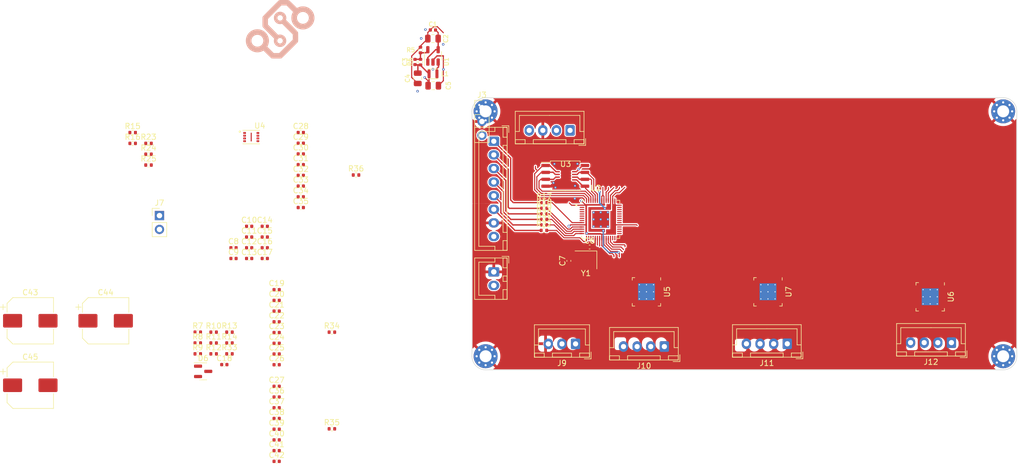
<source format=kicad_pcb>
(kicad_pcb (version 20221018) (generator pcbnew)
  (layers (0 "F.Cu" signal) (1 "In1.Cu" mixed) (2 "In2.Cu" mixed) (31 "B.Cu" signal) (34 "B.Paste" user) (35 "F.Paste" user) (36 "B.SilkS" user "B.Silkscreen") (37 "F.SilkS" user "F.Silkscreen") (38 "B.Mask" user) (39 "F.Mask" user) (44 "Edge.Cuts" user))
  (net 0 "")
  (net 1 "GND")
  (net 2 "+3V3")
  (net 3 "+1V1")
  (net 4 "/FB33")
  (net 5 "/SW33")
  (net 6 "/RP2040/RP_XIN")
  (net 7 "Net-(C7-Pad1)")
  (net 8 "+24V")
  (net 9 "Net-(U5-VDD18)")
  (net 10 "Net-(U5-CPI)")
  (net 11 "Net-(U5-CPO)")
  (net 12 "Net-(U5-VCP)")
  (net 13 "Net-(U6-VDD18)")
  (net 14 "Net-(U6-CPI)")
  (net 15 "Net-(U6-CPO)")
  (net 16 "Net-(U6-VCP)")
  (net 17 "Net-(U7-VDD18)")
  (net 18 "Net-(U7-CPI)")
  (net 19 "Net-(U7-CPO)")
  (net 20 "Net-(U7-VCP)")
  (net 22 "Net-(J9-Pin_2)")
  (net 23 "/Motor1/REFL")
  (net 24 "/RP2040/RP_BTN")
  (net 25 "Net-(J10-Pin_1)")
  (net 26 "Net-(J10-Pin_2)")
  (net 27 "Net-(J10-Pin_3)")
  (net 28 "Net-(J10-Pin_4)")
  (net 29 "Net-(J11-Pin_1)")
  (net 30 "Net-(J11-Pin_2)")
  (net 31 "Net-(J11-Pin_3)")
  (net 32 "Net-(J11-Pin_4)")
  (net 33 "Net-(J12-Pin_1)")
  (net 34 "Net-(J12-Pin_2)")
  (net 35 "Net-(J12-Pin_3)")
  (net 36 "Net-(J12-Pin_4)")
  (net 37 "/Motor1/CS")
  (net 38 "/Motor2/CS")
  (net 39 "/Motor3/CS")
  (net 40 "/Motor1/INT")
  (net 41 "/Motor2/INT")
  (net 42 "/Motor3/INT")
  (net 43 "/Motor1/~{DRV_EN}")
  (net 44 "/Motor1/~{SLEEP}")
  (net 45 "/RP2040/RP_XOUT")
  (net 46 "Net-(U2-RUN)")
  (net 47 "Net-(U2-GPIO7)")
  (net 48 "Net-(U2-GPIO8)")
  (net 49 "Net-(U2-GPIO9)")
  (net 50 "Net-(U2-GPIO10)")
  (net 51 "Net-(U2-GPIO11)")
  (net 52 "Net-(U2-GPIO12)")
  (net 53 "Net-(U2-USB_DM)")
  (net 54 "Net-(U2-USB_DP)")
  (net 55 "/RP2040/RP_QSPI_CSN")
  (net 56 "Net-(U5-IREF)")
  (net 57 "Net-(U7-IREF)")
  (net 58 "Net-(U6-IREF)")
  (net 61 "/RP2040/RP_QSPI_SD3")
  (net 62 "/RP2040/RP_QSPI_SCLK")
  (net 63 "/RP2040/RP_QSPI_SD0")
  (net 64 "/RP2040/RP_QSPI_SD2")
  (net 65 "/RP2040/RP_QSPI_SD1")
  (net 68 "/Motor1/SCK")
  (net 69 "/Motor1/MOSI")
  (net 70 "/Motor1/MISO")
  (net 80 "+5V")
  (net 81 "/RP2040/USB_DP")
  (net 82 "/RP2040/USB_DM")
  (net 83 "/RP2040/SPI1_MISO")
  (net 84 "/RP2040/SPI1_MOSI")
  (net 85 "/RP2040/SPI1_SCK")
  (net 86 "/RP2040/SPI1_CS2")
  (net 87 "/RP2040/SPI1_CS1")
  (net 88 "/RP2040/SPI1_CS0")
  (net 92 "Net-(J3-Pin_1)")
  (net 93 "Net-(J3-Pin_3)")
  (footprint "Resistor_SMD:R_0402_1005Metric" (layer "F.Cu") (at 13.204 22.352)
    (fp_text reference "R20")
    (fp_text value "27")
  )
  (footprint "Resistor_SMD:R_0402_1005Metric" (layer "F.Cu") (at -59.3765 10.378)
    (fp_text reference "R24")
    (fp_text value "27")
  )
  (footprint "Resistor_SMD:R_0402_1005Metric" (layer "F.Cu") (at -9.4474 -6.54625 90)
    (fp_text reference "R6")
    (fp_text value "45.3k")
  )
  (footprint "Capacitor_SMD:C_0402_1005Metric" (layer "F.Cu") (at -35.8565 60.908)
    (fp_text reference "C39")
    (fp_text value "100n")
  )
  (footprint "custom:QFN40P700X700X90-57N" (layer "F.Cu") (at 23.622 22.352)
    (fp_text reference "U2")
    (fp_text value "RP2040")
  )
  (footprint "Capacitor_SMD:C_0402_1005Metric" (layer "F.Cu") (at -35.8565 64.848)
    (fp_text reference "C41")
    (fp_text value "1u")
  )
  (footprint "MountingHole:MountingHole_2.2mm_M2_Pad_Via" (layer "F.Cu") (at 97.5 47.5)
    (fp_text reference "H4" hide)
    (fp_text value "MountingHole_Pad" hide)
  )
  (footprint "Resistor_SMD:R_0402_1005Metric" (layer "F.Cu") (at -62.2865 8.388)
    (fp_text reference "R16")
    (fp_text value "1k")
  )
  (footprint "Resistor_SMD:R_0402_1005Metric" (layer "F.Cu") (at 13.204 21.336)
    (fp_text reference "R19")
    (fp_text value "27")
  )
  (footprint "Capacitor_SMD:C_0402_1005Metric" (layer "F.Cu") (at -40.9065 29.538)
    (fp_text reference "C13")
    (fp_text value "100n")
  )
  (footprint "Capacitor_SMD:C_0402_1005Metric" (layer "F.Cu") (at -38.0365 25.598)
    (fp_text reference "C15")
    (fp_text value "100n")
  )
  (footprint "Capacitor_SMD:C_0402_1005Metric" (layer "F.Cu") (at -40.9065 27.568)
    (fp_text reference "C12")
    (fp_text value "1u")
  )
  (footprint "Resistor_SMD:R_0402_1005Metric" (layer "F.Cu") (at -50.3365 47.058)
    (fp_text reference "R9")
    (fp_text value "10k")
  )
  (footprint "Connector_JST:JST_XH_B2B-XH-A_1x02_P2.50mm_Vertical" (layer "F.Cu") (at 4 32 -90)
    (fp_text reference "J2" hide)
    (fp_text value "VM")
  )
  (footprint "Resistor_SMD:R_0402_1005Metric" (layer "F.Cu") (at 13.223 20.32)
    (fp_text reference "R18")
    (fp_text value "27")
  )
  (footprint "Capacitor_SMD:C_0402_1005Metric" (layer "F.Cu") (at -35.8565 54.998)
    (fp_text reference "C36")
    (fp_text value "2.2u")
  )
  (footprint "Resistor_SMD:R_0402_1005Metric" (layer "F.Cu") (at -25.7165 60.838)
    (fp_text reference "R35")
    (fp_text value "48k")
  )
  (footprint "Resistor_SMD:R_0402_1005Metric" (layer "F.Cu") (at -47.4265 47.058)
    (fp_text reference "R12")
    (fp_text value "10k")
  )
  (footprint "Package_TO_SOT_SMD:SOT-23" (layer "F.Cu") (at -49.3465 50.278)
    (fp_text reference "D6")
    (fp_text value "BAT54A")
  )
  (footprint "Capacitor_SMD:C_0402_1005Metric" (layer "F.Cu") (at -38.0365 27.568)
    (fp_text reference "C16")
    (fp_text value "100n")
  )
  (footprint "Connector_JST:JST_XH_B4B-XH-A_1x04_P2.50mm_Vertical" (layer "F.Cu") (at 57.872 45.212 180)
    (fp_text reference "J11")
    (fp_text value "Motor")
  )
  (footprint "Package_DFN_QFN:TQFN-32-1EP_5x5mm_P0.5mm_EP3.1x3.1mm_ThermalVias" (layer "F.Cu") (at 32.024 35.6625 -90)
    (fp_text reference "U5")
    (fp_text value "~")
  )
  (footprint "Capacitor_SMD:C_0402_1005Metric" (layer "F.Cu") (at -7.1716 -12.4494 180)
    (fp_text reference "C1")
    (fp_text value "100n")
  )
  (footprint "Connector_PinHeader_2.54mm:PinHeader_1x03_P2.54mm_Vertical" (layer "F.Cu") (at 1.825 1.825)
    (fp_text reference "J3")
    (fp_text value "SWD")
  )
  (footprint "Package_DFN_QFN:TQFN-32-1EP_5x5mm_P0.5mm_EP3.1x3.1mm_ThermalVias" (layer "F.Cu") (at 84.104 36.576 -90)
    (fp_text reference "U6")
    (fp_text value "~")
  )
  (footprint "Resistor_SMD:R_0402_1005Metric" (layer "F.Cu") (at 13.223 19.2722)
    (fp_text reference "R17")
    (fp_text value "27")
  )
  (footprint "Capacitor_SMD:C_0402_1005Metric" (layer "F.Cu") (at -43.7765 27.568)
    (fp_text reference "C8")
    (fp_text value "100n")
  )
  (footprint "Capacitor_SMD:C_0402_1005Metric" (layer "F.Cu") (at -35.8565 41.178)
    (fp_text reference "C22")
    (fp_text value "1u")
  )
  (footprint "Capacitor_SMD:C_0402_1005Metric" (layer "F.Cu") (at -35.8565 39.208)
    (fp_text reference "C21")
    (fp_text value "22n")
  )
  (footprint "Capacitor_SMD:C_0402_1005Metric" (layer "F.Cu") (at 17.78 29.972 90)
    (fp_text reference "C7")
    (fp_text value "22p")
  )
  (footprint "Resistor_SMD:R_0402_1005Metric" (layer "F.Cu") (at 13.206 24.384)
    (fp_text reference "R22")
    (fp_text value "27")
  )
  (footprint "Capacitor_SMD:C_0402_1005Metric" (layer "F.Cu") (at -31.4265 14.268)
    (fp_text reference "C32")
    (fp_text value "100n")
  )
  (footprint "Capacitor_SMD:C_0805_2012Metric" (layer "F.Cu") (at -7.113 -2.21925)
    (fp_text reference "C5")
    (fp_text value "22u")
  )
  (footprint "Resistor_SMD:R_0402_1005Metric" (layer "F.Cu") (at -21.2865 14.198)
    (fp_text reference "R36")
    (fp_text value "48k")
  )
  (footprint "Capacitor_SMD:C_0402_1005Metric" (layer "F.Cu") (at -31.4265 6.388)
    (fp_text reference "C28")
    (fp_text value "100n")
  )
  (footprint "Package_TO_SOT_SMD:SOT-23-5" (layer "F.Cu") (at -7.1614 -7.68925 90)
    (fp_text reference "U1")
    (fp_text value "SY8079AAC" hide)
  )
  (footprint "Capacitor_SMD:C_0805_2012Metric" (layer "F.Cu") (at -7.1614 -10.86425 180)
    (fp_text reference "C2")
    (fp_text value "22u" hide)
  )
  (footprint "Resistor_SMD:R_0402_1005Metric" (layer "F.Cu") (at 13.204 23.368)
    (fp_text reference "R21")
    (fp_text value "27")
  )
  (footprint "Capacitor_SMD:C_0402_1005Metric" (layer "F.Cu") (at -35.8565 45.118)
    (fp_text reference "C24")
    (fp_text value "100n")
  )
  (footprint "Capacitor_SMD:C_0805_2012Metric" (layer "F.Cu") (at -9.9614 -3.56925 -90)
    (fp_text reference "C4")
    (fp_text value "22u")
  )
  (footprint "Capacitor_SMD:C_0402_1005Metric" (layer "F.Cu") (at -35.8565 49.058)
    (fp_text reference "C26")
    (fp_text value "1u")
  )
  (footprint "Capacitor_SMD:C_0402_1005Metric" (layer "F.Cu") (at -31.4265 12.298)
    (fp_text reference "C31")
    (fp_text value "1u")
  )
  (footprint "Resistor_SMD:R_0402_1005Metric" (layer "F.Cu") (at -47.4265 43.078)
    (fp_text reference "R10")
    (fp_text value "10k")
  )
  (footprint "Capacitor_SMD:C_0402_1005Metric" (layer "F.Cu") (at -35.8565 47.088)
    (fp_text reference "C25")
    (fp_text value "1u")
  )
  (footprint "Resistor_SMD:R_0402_1005Metric" (layer "F.Cu") (at -44.5165 45.068)
    (fp_text reference "R14")
    (fp_text value "10k")
  )
  (footprint "Capacitor_SMD:C_0402_1005Metric" (layer "F.Cu") (at -10.4614 -6.56925 90)
    (fp_text reference "C3")
    (fp_text value "22p")
  )
  (footprint "MountingHole:MountingHole_2.2mm_M2_Pad_Via" (layer "F.Cu") (at 2.5 47.5)
    (fp_text reference "H3" hide)
    (fp_text value "MountingHole_Pad" hide)
  )
  (footprint "Capacitor_SMD:C_0402_1005Metric" (layer "F.Cu") (at -31.4265 10.328)
    (fp_text reference "C30")
    (fp_text value "22n")
  )
  (footprint "Capacitor_SMD:C_0402_1005Metric" (layer "F.Cu") (at -35.8565 43.148)
    (fp_text reference "C23")
    (fp_text value "100n")
  )
  (footprint "Capacitor_SMD:CP_Elec_8x10" (layer "F.Cu") (at -67.248 40.982)
    (fp_text reference "C44")
    (fp_text value "100u")
  )
  (footprint "Connector_JST:JST_XH_B4B-XH-A_1x04_P2.50mm_Vertical" (layer "F.Cu") (at 18 6 180)
    (fp_text reference "J1" hide)
    (fp_text value "USB")
  )
  (footprint "Capacitor_SMD:C_0402_1005Metric" (layer "F.Cu") (at -35.8565 35.268)
    (fp_text reference "C19")
    (fp_text value "100n")
  )
  (footprint "Capacitor_SMD:C_0402_1005Metric" (layer "F.Cu") (at -35.8565 62.878)
    (fp_text reference "C40")
    (fp_text value "100n")
  )
  (footprint "Resistor_SMD:R_0402_1005Metric" (layer "F.Cu") (at -9.4614 -8.76925 90)
    (fp_text reference "R5")
    (fp_text value "10k")
  )
  (footprint "Resistor_SMD:R_0402_1005Metric" (layer "F.Cu") (at -50.3365 45.068)
    (fp_text reference "R8")
    (fp_text value "10k")
  )
  (footprint "Package_DFN_QFN:TQFN-32-1EP_5x5mm_P0.5mm_EP3.1x3.1mm_ThermalVias" (layer "F.Cu") (at 54.328 35.6625 -90)
    (fp_text reference "U7")
    (fp_text value "~")
  )
  (footprint "Capacitor_SMD:C_0402_1005Metric" (layer "F.Cu") (at -43.7765 29.538)
    (fp_text reference "C9")
    (fp_text value "1u")
  )
  (footprint "Capacitor_SMD:C_0402_1005Metric" (layer "F.Cu") (at -35.8565 37.238)
    (fp_text reference "C20")
    (fp_text value "2.2u")
  )
  (footprint "Capacitor_SMD:C_0402_1005Metric" (layer "F.Cu") (at -45.4665 49.038)
    (fp_text reference "C18")
    (fp_text value "1u")
  )
  (footprint "Capacitor_SMD:CP_Elec_8x10" (layer "F.Cu") (at -81.078 40.982)
    (fp_text reference "C43")
    (fp_text value "100u")
  )
  (footprint "Connector_JST:JST_XH_B3B-XH-A_1x03_P2.50mm_Vertical" (layer "F.Cu") (at 19.01 45.229 180)
    (fp_text reference "J9")
    (fp_text value "Sensor")
  )
  (footprint "Connector_PinHeader_2.54mm:PinHeader_1x02_P2.54mm_Vertical" (layer "F.Cu") (at -57.3665 21.658)
    (fp_text reference "J7")
    (fp_text value "BOOT")
  )
  (footprint "Resistor_SMD:R_0402_1005Metric" (layer "F.Cu") (at -59.3765 12.368)
    (fp_text reference "R25")
    (fp_text value "1k")
  )
  (footprint "Resistor_SMD:R_0402_1005Metric" (layer "F.Cu") (at -62.2865 6.398)
    (fp_text reference "R15")
    (fp_text value "1k")
  )
  (footprint "Capacitor_SMD:C_0402_1005Metric" (layer "F.Cu") (at -35.8565 53.028)
    (fp_text reference "C27")
    (fp_text value "100n")
  )
  (footprint "Connector_JST:JST_XH_B4B-XH-A_1x04_P2.50mm_Vertical" (layer "F.Cu") (at 88 45 180)
    (fp_text reference "J12")
    (fp_text value "Motor")
  )
  (footprint "Capacitor_SMD:C_0402_1005Metric" (layer "F.Cu") (at -40.9065 25.598)
    (fp_text reference "C11")
    (fp_text value "100n")
  )
  (footprint "custom:Inductor_MSC20FC" (layer "F.Cu") (at -7.1614 -4.38725)
    (fp_text reference "L1")
    (fp_text value "2.2u" hide)
  )
  (footprint "Capacitor_SMD:C_0402_1005Metric" (layer "F.Cu") (at -35.8565 58.938)
    (fp_text reference "C38")
    (fp_text value "1u")
  )
  (footprint "Connector_JST:JST_XH_B8B-XH-A_1x08_P2.50mm_Vertical" (layer "F.Cu") (at 4 8 -90)
    (fp_text reference "J6" hide)
    (fp_text value "EXT_SPI")
  )
  (footprint "Resistor_SMD:R_0402_1005Metric" (layer "F.Cu") (at -50.3365 43.078)
    (fp_text reference "R7")
    (fp_text value "10k")
  )
  (footprint "Capacitor_SMD:C_0402_1005Metric" (layer "F.Cu") (at -31.4265 16.238)
    (fp_text reference "C33")
    (fp_text value "100n")
  )
  (footprint "Capacitor_SMD:C_0402_1005Metric" (layer "F.Cu") (at -31.4265 20.178)
    (fp_text reference "C35")
    (fp_text value "1u")
  )
  (footprint "Resistor_SMD:R_0402_1005Metric" (layer "F.Cu") (at -44.5165 47.058)
    (fp_text reference "R33")
    (fp_text value "4.7k")
  )
  (footprint "Capacitor_SMD:C_0402_1005Metric" (layer "F.Cu") (at -31.4265 18.208)
    (fp_text reference "C34")
    (fp_text value "1u")
  )
  (footprint "Package_SO:SOIC-8_5.23x5.23mm_P1.27mm" (layer "F.Cu") (at 17.122 14.352)
    (fp_text reference "U3")
    (fp_text value "W25Q16JVUXIQ")
  )
  (footprint "Crystal:Crystal_SMD_3225-4Pin_3.2x2.5mm" (layer "F.Cu") (at 20.912 29.806 180)
    (fp_text reference "Y1")
    (fp_text value "12MHz")
  )
  (footprint "Capacitor_SMD:C_0402_1005Metric" (layer "F.Cu") (at -38.0365 29.538)
    (fp_text reference "C17")
    (fp_text value "100n")
  )
  (footprint "Capacitor_SMD:C_0402_1005Metric" (layer "F.Cu") (at -40.9065 23.628)
    (fp_text reference "C10")
    (fp_text value "100n")
  )
  (footprint "MountingHole:MountingHole_2.2mm_M2_Pad_Via" (layer "F.Cu") (at 97.5 2.5)
    (fp_text reference "H2" hide)
    (fp_text value "MountingHole_Pad" hide)
  )
  (footprint "Capacitor_SMD:C_0402_1005Metric" (layer "F.Cu") (at -35.8565 56.968)
    (fp_text reference "C37")
    (fp_text value "22n")
  )
  (footprint "Capacitor_SMD:C_0402_1005Metric" (layer "F.Cu") (at 21.59 27.432)
    (fp_text reference "C6")
    (fp_text value "22p")
  )
  (footprint "Connector_JST:JST_XH_B4B-XH-A_1x04_P2.50mm_Vertical" (layer "F.Cu") (at 35.306 45.72 180)
    (fp_text reference "J10")
    (fp_text value "Motor")
  )
  (footprint "Capacitor_SMD:C_0402_1005Metric" (layer "F.Cu") (at -38.0365 23.628)
    (fp_text reference "C14")
    (fp_text value "100n")
  )
  (footprint "Capacitor_SMD:CP_Elec_8x10" (layer "F.Cu") (at -81.078 52.832)
    (fp_text reference "C45")
    (fp_text value "100u")
  )
  (footprint "Resistor_SMD:R_0402_1005Metric" (layer "F.Cu") (at -47.4265 45.068)
    (fp_text reference "R11")
    (fp_text value "10k")
  )
  (footprint "Capacitor_SMD:C_0402_1005Metric" (layer "F.Cu") (at -31.4265 8.358)
    (fp_text reference "C29")
    (fp_text value "2.2u")
  )
  (footprint "Resistor_SMD:R_0402_1005Metric" (layer "F.Cu") (at -44.5165 43.078)
    (fp_text reference "R13")
    (fp_text value "10k")
  )
  (footprint "Resistor_SMD:R_0402_1005Metric" (layer "F.Cu") (at -59.3765 8.388)
    (fp_text reference "R23")
    (fp_text value "27")
  )
  (footprint "custom:PSON50P300X200X60-9N" (layer "F.Cu") (at -40.5215 7.228)
    (fp_text reference "U4")
    (fp_text value "W25Q16JVUXIQ")
  )
  (footprint "Capacitor_SMD:C_0402_1005Metric" (layer "F.Cu") (at -35.8565 66.818)
    (fp_text reference "C42")
    (fp_text value "1u")
  )
  (footprint "MountingHole:MountingHole_2.2mm_M2_Pad_Via" (layer "F.Cu") (at 2.5 2.5)
    (fp_text reference "H1" hide)
    (fp_text value "MountingHole_Pad" hide)
  )
  (footprint "Resistor_SMD:R_0402_1005Metric" (layer "F.Cu") (at -25.7165 43.078)
    (fp_text reference "R34")
    (fp_text value "48k")
  )
  (gr_poly (pts (xy -35.232452 -11.558338) (xy -35.286639 -11.556997) (xy -35.340459 -11.552994) (xy -35.393821 -11.546368) (xy -35.446636 -11.537154) (xy -35.498815 -11.52539) (xy -35.550268 -11.511113) (xy -35.600905 -11.49436) (xy -35.601273 -11.494218) (xy -35.60057 -11.493496) (xy -35.607804 -11.49118) (xy -35.615022 -11.488814) (xy -35.61697 -11.488161) (xy -35.650637 -11.475169) (xy -35.699374 -11.453575) (xy -35.747027 -11.429618) (xy -35.793507 -11.403333) (xy -35.838722 -11.374757) (xy -35.882585 -11.343929) (xy -35.925005 -11.310884) (xy -35.965893 -11.27566) (xy -36.005159 -11.238295) (xy -36.042526 -11.199029) (xy -36.077751 -11.158142) (xy -36.110797 -11.115723) (xy -36.141627 -11.071861) (xy -36.170203 -11.026646) (xy -36.19649 -10.980167) (xy -36.220449 -10.932515) (xy -36.242044 -10.883778) (xy -36.261237 -10.834046) (xy -36.277991 -10.783408) (xy -36.292269 -10.731955) (xy -36.304035 -10.679776) (xy -36.313251 -10.62696) (xy -36.319879 -10.573596) (xy -36.323884 -10.519775) (xy -36.325227 -10.465586) (xy -36.323884 -10.411399) (xy -36.319881 -10.35758) (xy -36.313253 -10.304218) (xy -36.304038 -10.251403) (xy -36.292274 -10.199225) (xy -36.277996 -10.147772) (xy -36.261242 -10.097135) (xy -36.24205 -10.047403) (xy -36.220456 -9.998666) (xy -36.196497 -9.951013) (xy -36.170212 -9.904535) (xy -36.141635 -9.859319) (xy -36.110806 -9.815457) (xy -36.077761 -9.773038) (xy -36.042536 -9.73215) (xy -36.00517 -9.692885) (xy -35.965904 -9.655519) (xy -35.925017 -9.620294) (xy -35.882597 -9.587249) (xy -35.838735 -9.556419) (xy -35.79352 -9.527843) (xy -35.747042 -9.501558) (xy -35.69939 -9.477599) (xy -35.650654 -9.456005) (xy -35.600923 -9.436813) (xy -35.550287 -9.420059) (xy -35.498836 -9.405782) (xy -35.446658 -9.394017) (xy -35.393845 -9.384802) (xy -35.340486 -9.378174) (xy -35.286669 -9.37417) (xy -35.232485 -9.372828) (xy -35.178298 -9.374169) (xy -35.124478 -9.378172) (xy -35.071116 -9.384799) (xy -35.018301 -9.394013) (xy -34.966122 -9.405777) (xy -34.914669 -9.420054) (xy -34.864032 -9.436807) (xy -34.8143 -9.455998) (xy -34.765563 -9.477591) (xy -34.71791 -9.501549) (xy -34.671431 -9.527834) (xy -34.626215 -9.55641) (xy -34.582352 -9.587239) (xy -34.539932 -9.620284) (xy -34.499045 -9.655508) (xy -34.459779 -9.692874) (xy -34.422412 -9.732139) (xy -34.387187 -9.773025) (xy -34.35414 -9.815445) (xy -34.323311 -9.859306) (xy -34.294734 -9.904521) (xy -34.268447 -9.951) (xy -34.244488 -9.998653) (xy -34.222893 -10.04739) (xy -34.2037 -10.097122) (xy -34.186946 -10.147759) (xy -34.172667 -10.199213) (xy -34.160902 -10.251392) (xy -34.151686 -10.304209) (xy -34.145058 -10.357572) (xy -34.141053 -10.411393) (xy -34.13971 -10.465582) (xy -34.139764 -10.467738) (xy -34.681161 -10.467738) (xy -34.68188 -10.439343) (xy -34.684011 -10.41132) (xy -34.687521 -10.383705) (xy -34.692374 -10.356532) (xy -34.698536 -10.329836) (xy -34.705972 -10.303652) (xy -34.714648 -10.278013) (xy -34.724529 -10.252956) (xy -34.735579 -10.228513) (xy -34.747765 -10.204721) (xy -34.761052 -10.181614) (xy -34.775405 -10.159226) (xy -34.79079 -10.137592) (xy -34.807171 -10.116747) (xy -34.824515 -10.096726) (xy -34.842786 -10.077562) (xy -34.861949 -10.059292) (xy -34.881971 -10.041949) (xy -34.902817 -10.025568) (xy -34.924451 -10.010183) (xy -34.94684 -9.99583) (xy -34.969948 -9.982544) (xy -34.993741 -9.970358) (xy -35.018184 -9.959307) (xy -35.043242 -9.949427) (xy -35.068882 -9.940751) (xy -35.095067 -9.933315) (xy -35.121764 -9.927153) (xy -35.148938 -9.9223) (xy -35.176555 -9.91879) (xy -35.204578 -9.916659) (xy -35.232975 -9.91594) (xy -35.26137 -9.91666) (xy -35.289392 -9.918792) (xy -35.317007 -9.922303) (xy -35.34418 -9.927157) (xy -35.370875 -9.93332) (xy -35.39706 -9.940756) (xy -35.422698 -9.949433) (xy -35.447755 -9.959314) (xy -35.472197 -9.970365) (xy -35.495989 -9.982551) (xy -35.519096 -9.995839) (xy -35.541484 -10.010192) (xy -35.563117 -10.025577) (xy -35.583962 -10.041958) (xy -35.603983 -10.059302) (xy -35.623146 -10.077572) (xy -35.641416 -10.096736) (xy -35.658759 -10.116758) (xy -35.675139 -10.137603) (xy -35.690523 -10.159236) (xy -35.704875 -10.181624) (xy -35.718161 -10.204731) (xy -35.730346 -10.228523) (xy -35.741396 -10.252964) (xy -35.751276 -10.278021) (xy -35.759951 -10.303659) (xy -35.767386 -10.329843) (xy -35.773547 -10.356538) (xy -35.7784 -10.38371) (xy -35.781909 -10.411323) (xy -35.784039 -10.439344) (xy -35.784757 -10.467738) (xy -35.784039 -10.496133) (xy -35.781907 -10.524155) (xy -35.778397 -10.55177) (xy -35.773544 -10.578943) (xy -35.767382 -10.605639) (xy -35.759946 -10.631824) (xy -35.751271 -10.657462) (xy -35.74139 -10.68252) (xy -35.73034 -10.706962) (xy -35.718154 -10.730754) (xy -35.704867 -10.753862) (xy -35.690514 -10.77625) (xy -35.67513 -10.797884) (xy -35.658749 -10.818729) (xy -35.641406 -10.83875) (xy -35.623135 -10.857914) (xy -35.603972 -10.876184) (xy -35.58395 -10.893528) (xy -35.563105 -10.909909) (xy -35.541471 -10.925293) (xy -35.519083 -10.939646) (xy -35.495976 -10.952933) (xy -35.472184 -10.965119) (xy -35.447741 -10.976169) (xy -35.422684 -10.98605) (xy -35.397045 -10.994725) (xy -35.37086 -11.002162) (xy -35.344164 -11.008324) (xy -35.316991 -11.013177) (xy -35.289376 -11.016687) (xy -35.261354 -11.018818) (xy -35.232959 -11.019537) (xy -35.232945 -11.019537) (xy -35.20455 -11.018818) (xy -35.176528 -11.016685) (xy -35.148913 -11.013175) (xy -35.12174 -11.008321) (xy -35.095044 -11.002159) (xy -35.068859 -10.994722) (xy -35.043221 -10.986046) (xy -35.018164 -10.976165) (xy -34.993721 -10.965114) (xy -34.96993 -10.952928) (xy -34.946822 -10.93964) (xy -34.924435 -10.925287) (xy -34.902801 -10.909902) (xy -34.881957 -10.893521) (xy -34.861936 -10.876177) (xy -34.842773 -10.857907) (xy -34.824502 -10.838743) (xy -34.80716 -10.818721) (xy -34.790779 -10.797876) (xy -34.775395 -10.776242) (xy -34.761043 -10.753854) (xy -34.747757 -10.730747) (xy -34.735572 -10.706955) (xy -34.724522 -10.682513) (xy -34.714642 -10.657456) (xy -34.705967 -10.631818) (xy -34.698532 -10.605634) (xy -34.692371 -10.578939) (xy -34.687518 -10.551767) (xy -34.684009 -10.524153) (xy -34.681879 -10.496132) (xy -34.681161 -10.467738) (xy -34.139764 -10.467738) (xy -34.141052 -10.519769) (xy -34.145056 -10.573588) (xy -34.151684 -10.62695) (xy -34.160898 -10.679765) (xy -34.172663 -10.731943) (xy -34.186941 -10.783396) (xy -34.203695 -10.834033) (xy -34.222887 -10.883764) (xy -34.244481 -10.932501) (xy -34.268439 -10.980154) (xy -34.294725 -11.026633) (xy -34.323301 -11.071848) (xy -34.354131 -11.11571) (xy -34.387176 -11.15813) (xy -34.422401 -11.199018) (xy -34.459767 -11.238283) (xy -34.499033 -11.275649) (xy -34.53992 -11.310873) (xy -34.58234 -11.343919) (xy -34.626202 -11.374748) (xy -34.671417 -11.403324) (xy -34.717896 -11.429609) (xy -34.765549 -11.453568) (xy -34.814286 -11.475162) (xy -34.864017 -11.494354) (xy -34.914654 -11.511108) (xy -34.966107 -11.525386) (xy -35.018285 -11.537151) (xy -35.0711 -11.546366) (xy -35.124462 -11.552994) (xy -35.178281 -11.556998) (xy -35.232468 -11.55834)) (stroke (width 0.1)) (fill solid) (layer "B.SilkS"))
  (gr_poly (pts (xy -34.78386 -17.908323) (xy -34.885055 -17.907843) (xy -34.973779 -17.907059) (xy -35.051012 -17.905906) (xy -35.117734 -17.90432) (xy -35.174925 -17.902236) (xy -35.223566 -17.89959) (xy -35.264637 -17.896318) (xy -35.28264 -17.894426) (xy -35.299118 -17.892354) (xy -35.314193 -17.890092) (xy -35.327989 -17.887634) (xy -35.340627 -17.884971) (xy -35.352231 -17.882094) (xy -35.362922 -17.878996) (xy -35.372823 -17.875669) (xy -35.382057 -17.872104) (xy -35.390746 -17.868294) (xy -35.399013 -17.864231) (xy -35.40698 -17.859906) (xy -35.422506 -17.850439) (xy -35.576139 -17.708114) (xy -35.915962 -17.374524) (xy -36.904164 -16.385567) (xy -37.887084 -15.387604) (xy -38.220304 -15.042756) (xy -38.364693 -14.88467) (xy -38.380541 -14.855458) (xy -38.38714 -14.837508) (xy -38.392925 -14.816113) (xy -38.402264 -14.75934) (xy -38.408977 -14.677845) (xy -38.413482 -14.564333) (xy -38.416198 -14.41151) (xy -38.417939 -13.95875) (xy -38.41748 -13.753032) (xy -38.415958 -13.575178) (xy -38.413341 -13.424346) (xy -38.409596 -13.29969) (xy -38.404691 -13.200366) (xy -38.401794 -13.159941) (xy -38.398595 -13.125532) (xy -38.39509 -13.097034) (xy -38.391274 -13.074341) (xy -38.387144 -13.057349) (xy -38.382696 -13.045952) (xy -38.317834 -12.971585) (xy -38.157987 -12.802827) (xy -37.62803 -12.257544) (xy -36.249857 -10.863737) (xy -36.247437 -10.870576) (xy -36.244973 -10.877397) (xy -36.242465 -10.884202) (xy -36.23991 -10.890991) (xy -36.234516 -10.903543) (xy -36.228966 -10.916026) (xy -36.22326 -10.928437) (xy -36.217401 -10.940775) (xy -36.211387 -10.953039) (xy -36.20522 -10.965228) (xy -36.198901 -10.977339) (xy -36.19243 -10.98937) (xy -36.185803 -11.001317) (xy -36.179028 -11.013179) (xy -36.172106 -11.024955) (xy -36.165037 -11.036643) (xy -36.157823 -11.048241) (xy -36.150464 -11.059749) (xy -36.142961 -11.071165) (xy -36.135316 -11.082487) (xy -36.127531 -11.093715) (xy -36.119607 -11.104844) (xy -36.111545 -11.115872) (xy -36.103346 -11.126798) (xy -36.095012 -11.137621) (xy -36.086542 -11.148339) (xy -36.077939 -11.158951) (xy -36.069202 -11.169457) (xy -36.06034 -11.179843) (xy -36.05135 -11.190116) (xy -36.042234 -11.200276) (xy -36.032991 -11.210321) (xy -36.023624 -11.220249) (xy -36.014134 -11.230061) (xy -36.00452 -11.239754) (xy -35.994786 -11.249327) (xy -35.984924 -11.258789) (xy -35.974945 -11.268126) (xy -35.964852 -11.277337) (xy -35.954644 -11.286421) (xy -35.944323 -11.295377) (xy -35.933891 -11.304203) (xy -35.923348 -11.312899) (xy -35.912696 -11.321463) (xy -35.901946 -11.329885) (xy -35.891094 -11.338171) (xy -35.88014 -11.34632) (xy -35.869085 -11.354331) (xy -35.857932 -11.362203) (xy -35.84668 -11.369936) (xy -35.835331 -11.377528) (xy -35.823887 -11.384979) (xy -35.812343 -11.392285) (xy -35.800711 -11.399445) (xy -35.78899 -11.406459) (xy -35.777184 -11.413325) (xy -35.765292 -11.420044) (xy -35.753317 -11.426613) (xy -35.74126 -11.433033) (xy -35.729122 -11.439303) (xy -35.716907 -11.445424) (xy -35.704619 -11.451392) (xy -35.692257 -11.457205) (xy -35.679824 -11.462863) (xy -35.667322 -11.468366) (xy -35.654751 -11.473711) (xy -35.642112 -11.4789) (xy -35.629408 -11.483931) (xy -35.622224 -11.486398) (xy -35.61697 -11.488161) (xy -35.601273 -11.494218) (xy -35.870302 -11.770081) (xy -36.171574 -12.076548) (xy -37.5054 -13.425205) (xy -37.5054 -14.481703) (xy -36.254361 -15.746372) (xy -35.003321 -17.011039) (xy -34.021239 -17.011039) (xy -32.78759 -15.774294) (xy -32.825806 -15.711676) (xy -32.861705 -15.647886) (xy -32.895267 -15.582991) (xy -32.926473 -15.517055) (xy -32.955305 -15.450143) (xy -32.981743 -15.382321) (xy -33.005768 -15.313654) (xy -33.027361 -15.244207) (xy -33.046503 -15.174045) (xy -33.063176 -15.103234) (xy -33.07736 -15.031839) (xy -33.089036 -14.959925) (xy -33.098185 -14.887557) (xy -33.104788 -14.8148) (xy -33.108827 -14.741721) (xy -33.110281 -14.668383) (xy -33.107735 -14.565654) (xy -33.100145 -14.463623) (xy -33.087579 -14.362459) (xy -33.070109 -14.262331) (xy -33.047804 -14.16341) (xy -33.020736 -14.065866) (xy -32.988974 -13.969868) (xy -32.952588 -13.875586) (xy -32.91165 -13.78319) (xy -32.866229 -13.692849) (xy -32.816396 -13.604734) (xy -32.762221 -13.519015) (xy -32.703774 -13.43586) (xy -32.641126 -13.355441) (xy -32.574347 -13.277926) (xy -32.503508 -13.203486) (xy -32.429067 -13.132646) (xy -32.351553 -13.065867) (xy -32.271133 -13.003219) (xy -32.187979 -12.944773) (xy -32.10226 -12.890598) (xy -32.014145 -12.840765) (xy -31.923805 -12.795344) (xy -31.831409 -12.754406) (xy -31.737128 -12.718021) (xy -31.641131 -12.686259) (xy -31.543588 -12.65919) (xy -31.444669 -12.636886) (xy -31.344544 -12.619416) (xy -31.243382 -12.60685) (xy -31.141353 -12.599259) (xy -31.038628 -12.596714) (xy -30.935899 -12.599258) (xy -30.833868 -12.606848) (xy -30.732704 -12.619413) (xy -30.632576 -12.636882) (xy -30.533655 -12.659185) (xy -30.436111 -12.686253) (xy -30.340113 -12.718014) (xy -30.24583 -12.754399) (xy -30.153434 -12.795336) (xy -30.063093 -12.840756) (xy -29.974978 -12.890589) (xy -29.889258 -12.944763) (xy -29.806103 -13.003209) (xy -29.725683 -13.065857) (xy -29.648168 -13.132635) (xy -29.573727 -13.203474) (xy -29.502887 -13.277914) (xy -29.436107 -13.355428) (xy -29.373458 -13.435848) (xy -29.315011 -13.519002) (xy -29.260835 -13.604721) (xy -29.211001 -13.692836) (xy -29.16558 -13.783177) (xy -29.12464 -13.875573) (xy -29.088254 -13.969856) (xy -29.056491 -14.065854) (xy -29.029422 -14.1634) (xy -29.007117 -14.262322) (xy -28.989646 -14.362451) (xy -28.97708 -14.463617) (xy -28.969488 -14.565651) (xy -28.966942 -14.668383) (xy -28.967143 -14.676493) (xy -29.900021 -14.676493) (xy -29.901419 -14.620033) (xy -29.905591 -14.563957) (xy -29.912497 -14.508357) (xy -29.922098 -14.453327) (xy -29.934357 -14.39896) (xy -29.949233 -14.345349) (xy -29.96669 -14.292589) (xy -29.986687 -14.240771) (xy -30.009186 -14.18999) (xy -30.03415 -14.140339) (xy -30.061538 -14.091911) (xy -30.091313 -14.044799) (xy -30.123435 -13.999097) (xy -30.157866 -13.954898) (xy -30.194568 -13.912296) (xy -30.233502 -13.871384) (xy -30.274414 -13.832451) (xy -30.317016 -13.795749) (xy -30.361214 -13.761318) (xy -30.406915 -13.729196) (xy -30.454027 -13.699422) (xy -30.502454 -13.672033) (xy -30.552105 -13.64707) (xy -30.602885 -13.624571) (xy -30.654702 -13.604574) (xy -30.707461 -13.587117) (xy -30.76107 -13.572241) (xy -30.815435 -13.559982) (xy -30.870464 -13.550381) (xy -30.926061 -13.543475) (xy -30.982135 -13.539303) (xy -31.038591 -13.537905) (xy -31.095051 -13.539302) (xy -31.151127 -13.543473) (xy -31.206727 -13.550378) (xy -31.261757 -13.559978) (xy -31.316124 -13.572236) (xy -31.369735 -13.587112) (xy -31.422496 -13.604567) (xy -31.474314 -13.624564) (xy -31.525095 -13.647062) (xy -31.574746 -13.672025) (xy -31.623175 -13.699412) (xy -31.670287 -13.729186) (xy -31.715989 -13.761308) (xy -31.760188 -13.795739) (xy -31.802791 -13.83244) (xy -31.843704 -13.871372) (xy -31.882638 -13.912284) (xy -31.919341 -13.954886) (xy -31.953773 -13.999085) (xy -31.985896 -14.044786) (xy -32.015671 -14.091898) (xy -32.04306 -14.140326) (xy -32.068024 -14.189977) (xy -32.090525 -14.240759) (xy -32.110523 -14.292577) (xy -32.12798 -14.345338) (xy -32.142857 -14.39895) (xy -32.155116 -14.453318) (xy -32.164718 -14.50835) (xy -32.171625 -14.563952) (xy -32.175797 -14.620032) (xy -32.177197 -14.676494) (xy -32.175798 -14.732954) (xy -32.171627 -14.789031) (xy -32.164721 -14.844631) (xy -32.15512 -14.899661) (xy -32.142862 -14.954028) (xy -32.127985 -15.007638) (xy -32.110529 -15.060399) (xy -32.090532 -15.112216) (xy -32.068033 -15.162997) (xy -32.043069 -15.212648) (xy -32.015681 -15.261075) (xy -31.985906 -15.308187) (xy -31.953784 -15.353889) (xy -31.919353 -15.398087) (xy -31.882651 -15.440689) (xy -31.843718 -15.481602) (xy -31.802805 -15.520535) (xy -31.760203 -15.557237) (xy -31.716004 -15.591669) (xy -31.670303 -15.623792) (xy -31.623191 -15.653566) (xy -31.574763 -15.680955) (xy -31.525112 -15.705918) (xy -31.474331 -15.728418) (xy -31.422513 -15.748415) (xy -31.369753 -15.765872) (xy -31.316142 -15.780748) (xy -31.261775 -15.793007) (xy -31.206745 -15.802608) (xy -31.151145 -15.809514) (xy -31.095068 -15.813686) (xy -31.038618 -15.815084) (xy -30.982168 -15.813687) (xy -30.926091 -15.809516) (xy -30.870491 -15.802612) (xy -30.815461 -15.793011) (xy -30.761093 -15.780754) (xy -30.707483 -15.765878) (xy -30.654722 -15.748423) (xy -30.602904 -15.728426) (xy -30.552123 -15.705928) (xy -30.502471 -15.680965) (xy -30.454043 -15.653578) (xy -30.406931 -15.623804) (xy -30.361228 -15.591682) (xy -30.317029 -15.557251) (xy -30.274426 -15.52055) (xy -30.233513 -15.481617) (xy -30.194579 -15.440705) (xy -30.157877 -15.398103) (xy -30.123445 -15.353905) (xy -30.091322 -15.308204) (xy -30.061547 -15.261092) (xy -30.034158 -15.212664) (xy -30.009194 -15.163013) (xy -29.986693 -15.112231) (xy -29.966695 -15.060413) (xy -29.949238 -15.007651) (xy -29.934361 -14.954039) (xy -29.922101 -14.89967) (xy -29.912499 -14.844638) (xy -29.905592 -14.789035) (xy -29.90142 -14.732956) (xy -29.900021 -14.676493) (xy -28.967143 -14.676493) (xy -28.969487 -14.771111) (xy -28.977078 -14.873142) (xy -28.989644 -14.974306) (xy -29.007114 -15.074433) (xy -29.029418 -15.173354) (xy -29.056487 -15.270898) (xy -29.088249 -15.366897) (xy -29.124634 -15.461179) (xy -29.165572 -15.553575) (xy -29.210993 -15.643916) (xy -29.260826 -15.732031) (xy -29.313316 -15.815084) (xy -31.038609 -15.815084) (xy -31.038618 -15.815084) (xy -31.038628 -15.815084) (xy -31.038609 -15.815084) (xy -29.313316 -15.815084) (xy -29.315001 -15.81775) (xy -29.373447 -15.900905) (xy -29.436095 -15.981325) (xy -29.502874 -16.058839) (xy -29.573714 -16.13328) (xy -29.648154 -16.204119) (xy -29.725669 -16.270898) (xy -29.806088 -16.333546) (xy -29.889243 -16.391992) (xy -29.974963 -16.446167) (xy -30.063078 -16.496) (xy -30.153418 -16.541421) (xy -30.245814 -16.582359) (xy -30.340097 -16.618745) (xy -30.436095 -16.650507) (xy -30.533639 -16.677575) (xy -30.63256 -16.699879) (xy -30.732687 -16.717349) (xy -30.833851 -16.729915) (xy -30.935882 -16.737506) (xy -31.03861 -16.740051) (xy -31.110786 -16.738702) (xy -31.182717 -16.734851) (xy -31.254341 -16.728514) (xy -31.325595 -16.719711) (xy -31.396419 -16.708458) (xy -31.466749 -16.694773) (xy -31.536523 -16.678675) (xy -31.605679 -16.660182) (xy -31.674155 -16.63931) (xy -31.741889 -16.616077) (xy -31.808818 -16.590503) (xy -31.87488 -16.562603) (xy -31.940012 -16.532397) (xy -32.004154 -16.499902) (xy -32.067241 -16.465136) (xy -32.129213 -16.428116) (xy -32.154568 -16.453596) (xy -32.497771 -16.794516) (xy -32.793615 -17.086304) (xy -33.043569 -17.33036) (xy -33.249102 -17.528083) (xy -33.411686 -17.680873) (xy -33.477331 -17.740855) (xy -33.53279 -17.79013) (xy -33.578246 -17.828871) (xy -33.613884 -17.857254) (xy -33.639886 -17.875454) (xy -33.649331 -17.88079) (xy -33.656437 -17.883646) (xy -33.690945 -17.888657) (xy -33.754402 -17.893335) (xy -33.953667 -17.901277) (xy -34.225241 -17.906649) (xy -34.540138 -17.908622) (xy -34.540135 -17.90863)) (stroke (width 0.1)) (fill solid) (layer "B.SilkS"))
  (gr_poly (pts (xy -35.222691 -15.755304) (xy -35.276878 -15.753963) (xy -35.330698 -15.74996) (xy -35.38406 -15.743334) (xy -35.436875 -15.73412) (xy -35.489054 -15.722356) (xy -35.540507 -15.708079) (xy -35.591144 -15.691327) (xy -35.640876 -15.672135) (xy -35.689613 -15.650542) (xy -35.737266 -15.626585) (xy -35.783745 -15.6003) (xy -35.828961 -15.571724) (xy -35.872824 -15.540895) (xy -35.915243 -15.507851) (xy -35.956131 -15.472627) (xy -35.995397 -15.435261) (xy -36.032764 -15.395996) (xy -36.067989 -15.355109) (xy -36.101035 -15.31269) (xy -36.131865 -15.268828) (xy -36.160442 -15.223613) (xy -36.186729 -15.177134) (xy -36.210688 -15.129481) (xy -36.232283 -15.080744) (xy -36.251476 -15.031012) (xy -36.26823 -14.980374) (xy -36.282509 -14.92892) (xy -36.294274 -14.87674) (xy -36.30349 -14.823923) (xy -36.310118 -14.770559) (xy -36.314123 -14.716738) (xy -36.315466 -14.662548) (xy -36.314124 -14.608361) (xy -36.31012 -14.554542) (xy -36.303492 -14.50118) (xy -36.294278 -14.448365) (xy -36.282513 -14.396186) (xy -36.268235 -14.344734) (xy -36.251481 -14.294097) (xy -36.232289 -14.244365) (xy -36.210695 -14.195628) (xy -36.186737 -14.147975) (xy -36.160451 -14.101497) (xy -36.131875 -14.056281) (xy -36.101045 -14.012419) (xy -36.068 -13.97) (xy -36.032775 -13.929112) (xy -35.995409 -13.889847) (xy -35.956143 -13.852481) (xy -35.915256 -13.817256) (xy -35.872836 -13.784211) (xy -35.828974 -13.753382) (xy -35.783759 -13.724806) (xy -35.73728 -13.69852) (xy -35.689627 -13.674562) (xy -35.64089 -13.652968) (xy -35.591159 -13.633776) (xy -35.540522 -13.617023) (xy -35.48907 -13.602745) (xy -35.436891 -13.59098) (xy -35.384076 -13.581765) (xy -35.330714 -13.575138) (xy -35.276895 -13.571134) (xy -35.222708 -13.569792) (xy -35.19857 -13.57011) (xy -35.174465 -13.57096) (xy -35.150402 -13.57234) (xy -35.12639 -13.57425) (xy -35.102437 -13.576688) (xy -35.078553 -13.579651) (xy -35.054745 -13.583139) (xy -35.031023 -13.587149) (xy -35.007394 -13.591681) (xy -34.983869 -13.596733) (xy -34.960454 -13.602303) (xy -34.93716 -13.608389) (xy -34.913994 -13.61499) (xy -34.890966 -13.622105) (xy -34.868083 -13.629732) (xy -34.845355 -13.637869) (xy -34.521828 -13.3107) (xy -34.161518 -12.949213) (xy -32.850132 -11.640997) (xy -32.850132 -10.658915) (xy -34.114737 -9.407876) (xy -35.379405 -8.156901) (xy -36.405542 -8.156901) (xy -37.636358 -9.374222) (xy -37.599313 -9.436128) (xy -37.564519 -9.499149) (xy -37.531992 -9.563224) (xy -37.50175 -9.628292) (xy -37.473812 -9.694289) (xy -37.448195 -9.761154) (xy -37.424916 -9.828825) (xy -37.403994 -9.897239) (xy -37.385447 -9.966335) (xy -37.369292 -10.03605) (xy -37.355548 -10.106322) (xy -37.344231 -10.17709) (xy -37.33536 -10.248291) (xy -37.328953 -10.319863) (xy -37.325027 -10.391744) (xy -37.323601 -10.463872) (xy -37.323802 -10.471984) (xy -38.256665 -10.471984) (xy -38.258064 -10.415524) (xy -38.262235 -10.359448) (xy -38.269141 -10.303848) (xy -38.278742 -10.248818) (xy -38.291 -10.194451) (xy -38.305877 -10.14084) (xy -38.323333 -10.088079) (xy -38.34333 -10.036262) (xy -38.36583 -9.985481) (xy -38.390793 -9.93583) (xy -38.418181 -9.887401) (xy -38.447956 -9.84029) (xy -38.480078 -9.794588) (xy -38.51451 -9.750389) (xy -38.551212 -9.707787) (xy -38.590145 -9.666875) (xy -38.631058 -9.627941) (xy -38.67366 -9.59124) (xy -38.717859 -9.556809) (xy -38.76356 -9.524687) (xy -38.810671 -9.494912) (xy -38.859099 -9.467524) (xy -38.90875 -9.442561) (xy -38.95953 -9.420061) (xy -39.011346 -9.400064) (xy -39.064106 -9.382608) (xy -39.117715 -9.367731) (xy -39.17208 -9.355473) (xy -39.227108 -9.345872) (xy -39.282706 -9.338966) (xy -39.33878 -9.334794) (xy -39.395236 -9.333396) (xy -39.451696 -9.334793) (xy -39.507773 -9.338964) (xy -39.563373 -9.345869) (xy -39.618403 -9.355469) (xy -39.67277 -9.367727) (xy -39.726381 -9.382602) (xy -39.779141 -9.400058) (xy -39.830959 -9.420054) (xy -39.881741 -9.442553) (xy -39.931392 -9.467516) (xy -39.979821 -9.494903) (xy -40.026933 -9.524677) (xy -40.072635 -9.556799) (xy -40.116834 -9.591229) (xy -40.159437 -9.62793) (xy -40.20035 -9.666863) (xy -40.239284 -9.707775) (xy -40.275986 -9.750377) (xy -40.310418 -9.794575) (xy -40.342541 -9.840277) (xy -40.372317 -9.887388) (xy -40.399705 -9.935817) (xy -40.424669 -9.985468) (xy -40.44717 -10.03625) (xy -40.467168 -10.088068) (xy -40.484625 -10.140829) (xy -40.499502 -10.194441) (xy -40.511761 -10.24881) (xy -40.521363 -10.303842) (xy -40.52827 -10.359445) (xy -40.532442 -10.415524) (xy -40.533841 -10.471987) (xy -40.532443 -10.528447) (xy -40.528272 -10.584523) (xy -40.521366 -10.640123) (xy -40.511765 -10.695153) (xy -40.499506 -10.74952) (xy -40.48463 -10.80313) (xy -40.467174 -10.855891) (xy -40.447176 -10.907709) (xy -40.424677 -10.95849) (xy -40.399714 -11.008141) (xy -40.372325 -11.056569) (xy -40.342551 -11.103681) (xy -40.310428 -11.149382) (xy -40.275997 -11.193581) (xy -40.239295 -11.236183) (xy -40.200362 -11.277096) (xy -40.159449 -11.316029) (xy -40.116847 -11.35273) (xy -40.072648 -11.387162) (xy -40.026947 -11.419284) (xy -39.979835 -11.449058) (xy -39.931407 -11.476446) (xy -39.881756 -11.501409) (xy -39.830975 -11.523909) (xy -39.779158 -11.543906) (xy -39.726397 -11.561362) (xy -39.672787 -11.576238) (xy -39.61842 -11.588497) (xy -39.56339 -11.598098) (xy -39.50779 -11.605003) (xy -39.451713 -11.609175) (xy -39.395253 -11.610573) (xy -39.395272 -11.610575) (xy -39.338812 -11.609177) (xy -39.282735 -11.605007) (xy -39.227135 -11.598102) (xy -39.172105 -11.588501) (xy -39.117738 -11.576244) (xy -39.064127 -11.561368) (xy -39.011366 -11.543912) (xy -38.959548 -11.523916) (xy -38.908767 -11.501417) (xy -38.859115 -11.476454) (xy -38.810687 -11.449067) (xy -38.763574 -11.419293) (xy -38.717872 -11.387171) (xy -38.673673 -11.35274) (xy -38.63107 -11.316039) (xy -38.590157 -11.277105) (xy -38.551223 -11.236194) (xy -38.51452 -11.193592) (xy -38.480089 -11.149394) (xy -38.447966 -11.103692) (xy -38.41819 -11.056581) (xy -38.390801 -11.008153) (xy -38.365837 -10.958501) (xy -38.343337 -10.90772) (xy -38.323339 -10.855902) (xy -38.305882 -10.80314) (xy -38.291005 -10.749528) (xy -38.278746 -10.69516) (xy -38.269144 -10.640128) (xy -38.262237 -10.584526) (xy -38.258065 -10.528446) (xy -38.256665 -10.471984) (xy -37.323802 -10.471984) (xy -37.326146 -10.5666) (xy -37.333737 -10.668631) (xy -37.346302 -10.769795) (xy -37.363773 -10.869922) (xy -37.386077 -10.968843) (xy -37.413145 -11.066387) (xy -37.444908 -11.162385) (xy -37.481293 -11.256667) (xy -37.522231 -11.349064) (xy -37.567652 -11.439404) (xy -37.617486 -11.527519) (xy -37.671661 -11.613239) (xy -37.730108 -11.696394) (xy -37.792756 -11.776813) (xy -37.859535 -11.854328) (xy -37.930374 -11.928768) (xy -38.004815 -11.999608) (xy -38.08233 -12.066387) (xy -38.162749 -12.129034) (xy -38.245903 -12.187481) (xy -38.331623 -12.241656) (xy -38.419737 -12.291489) (xy -38.510077 -12.33691) (xy -38.602472 -12.377848) (xy -38.696753 -12.414233) (xy -38.79275 -12.445995) (xy -38.890293 -12.473064) (xy -38.989212 -12.495368) (xy -39.089338 -12.512838) (xy -39.190499 -12.525404) (xy -39.292528 -12.532994) (xy -39.395253 -12.53554) (xy -39.497982 -12.532995) (xy -39.600013 -12.525406) (xy -39.701178 -12.512841) (xy -39.801305 -12.495372) (xy -39.900226 -12.473068) (xy -39.997771 -12.446001) (xy -40.093769 -12.41424) (xy -40.188051 -12.377855) (xy -40.280448 -12.336918) (xy -40.370789 -12.291498) (xy -40.458904 -12.241665) (xy -40.544624 -12.187491) (xy -40.627779 -12.129045) (xy -40.708199 -12.066397) (xy -40.785714 -11.999619) (xy -40.860155 -11.92878) (xy -40.930996 -11.85434) (xy -40.997775 -11.776825) (xy -41.060424 -11.696406) (xy -41.118871 -11.613252) (xy -41.173047 -11.527532) (xy -41.222881 -11.439417) (xy -41.268302 -11.349077) (xy -41.309241 -11.25668) (xy -41.345627 -11.162398) (xy -41.37739 -11.066399) (xy -41.404459 -10.968853) (xy -41.426765 -10.869931) (xy -41.444235 -10.769802) (xy -41.456802 -10.668636) (xy -41.464393 -10.566603) (xy -41.466939 -10.463872) (xy -41.464394 -10.361143) (xy -41.456803 -10.259112) (xy -41.444238 -10.157948) (xy -41.426767 -10.05782) (xy -41.404463 -9.958899) (xy -41.377394 -9.861355) (xy -41.345632 -9.765357) (xy -41.309247 -9.671075) (xy -41.268309 -9.578679) (xy -41.222888 -9.488338) (xy -41.173054 -9.400223) (xy -41.118879 -9.314503) (xy -41.060433 -9.231349) (xy -40.997784 -9.150929) (xy -40.931005 -9.073415) (xy -40.860166 -8.998974) (xy -40.785726 -8.928135) (xy -40.708211 -8.861356) (xy -40.627791 -8.798708) (xy -40.544637 -8.740262) (xy -40.458917 -8.686087) (xy -40.370802 -8.636254) (xy -40.280462 -8.590833) (xy -40.188066 -8.549895) (xy -40.093784 -8.51351) (xy -39.997786 -8.481748) (xy -39.900242 -8.45468) (xy -39.801321 -8.432375) (xy -39.701193 -8.414906) (xy -39.600029 -8.40234) (xy -39.497998 -8.39475) (xy -39.39527 -8.392205) (xy -39.320661 -8.393564) (xy -39.246319 -8.397597) (xy -39.172313 -8.404283) (xy -39.098711 -8.413603) (xy -39.025582 -8.425535) (xy -38.952994 -8.44006) (xy -38.881017 -8.457158) (xy -38.809717 -8.476808) (xy -38.739164 -8.498991) (xy -38.669427 -8.523685) (xy -38.600573 -8.550871) (xy -38.532672 -8.580529) (xy -38.465791 -8.612638) (xy -38.4 -8.647178) (xy -38.335366 -8.684129) (xy -38.271959 -8.723471) (xy -37.741007 -8.200181) (xy -37.273308 -7.742434) (xy -36.933128 -7.414223) (xy -36.830941 -7.318691) (xy -36.800337 -7.291568) (xy -36.784734 -7.27954) (xy -36.773393 -7.275099) (xy -36.756546 -7.270976) (xy -36.705937 -7.263664) (xy -36.632115 -7.257573) (xy -36.53429 -7.252669) (xy -36.411671 -7.248922) (xy -36.263468 -7.246299) (xy -35.887149 -7.244296) (xy -35.638622 -7.244704) (xy -35.53459 -7.245238) (xy -35.442857 -7.246061) (xy -35.362529 -7.247226) (xy -35.292714 -7.248785) (xy -35.232519 -7.250791) (xy -35.181053 -7.253295) (xy -35.137422 -7.256349) (xy -35.100735 -7.260007) (xy -35.084716 -7.262078) (xy -35.070098 -7.26432) (xy -35.05677 -7.266738) (xy -35.04462 -7.26934) (xy -35.033536 -7.272132) (xy -35.023408 -7.27512) (xy -35.014123 -7.278311) (xy -35.005569 -7.281712) (xy -34.997636 -7.285329) (xy -34.990212 -7.289168) (xy -34.983185 -7.293237) (xy -34.976443 -7.297541) (xy -34.818357 -7.44193) (xy -34.47351 -7.77515) (xy -33.475547 -8.758071) (xy -32.48659 -9.746274) (xy -32.153 -10.086097) (xy -32.010675 -10.23973) (xy -31.992824 -10.27149) (xy -31.985453 -10.289413) (xy -31.979032 -10.310005) (xy -31.973497 -10.334247) (xy -31.968783 -10.363118) (xy -31.961558 -10.43867) (xy -31.95684 -10.544502) (xy -31.954111 -10.688457) (xy -31.952549 -11.122101) (xy -31.953057 -11.283155) (xy -31.954514 -11.437007) (xy -31.956817 -11.580032) (xy -31.959865 -11.708603) (xy -31.963555 -11.819098) (xy -31.967785 -11.907889) (xy -31.972454 -11.971354) (xy -31.974921 -11.992455) (xy -31.977459 -12.005865) (xy -31.985744 -12.022518) (xy -32.00422 -12.048788) (xy -32.072498 -12.130966) (xy -32.18379 -12.253971) (xy -32.339597 -12.419373) (xy -32.790746 -12.883656) (xy -33.437935 -13.536385) (xy -33.838157 -13.935107) (xy -34.197078 -14.28944) (xy -34.189088 -14.311926) (xy -34.181597 -14.334562) (xy -34.174606 -14.357339) (xy -34.168117 -14.38025) (xy -34.162131 -14.403286) (xy -34.156651 -14.426438) (xy -34.151677 -14.449699) (xy -34.147211 -14.47306) (xy -34.143254 -14.496513) (xy -34.139809 -14.520049) (xy -34.136875 -14.54366) (xy -34.134456 -14.567337) (xy -34.132553 -14.591073) (xy -34.131166 -14.614859) (xy -34.130298 -14.638687) (xy -34.129949 -14.662548) (xy -34.130003 -14.664703) (xy -34.6714 -14.664703) (xy -34.672119 -14.636308) (xy -34.67425 -14.608286) (xy -34.67776 -14.580671) (xy -34.682613 -14.553498) (xy -34.688775 -14.526802) (xy -34.696211 -14.500617) (xy -34.704887 -14.474979) (xy -34.714767 -14.449921) (xy -34.725818 -14.425479) (xy -34.738004 -14.401687) (xy -34.751291 -14.378579) (xy -34.765644 -14.356191) (xy -34.781028 -14.334557) (xy -34.797409 -14.313712) (xy -34.814753 -14.293691) (xy -34.833024 -14.274527) (xy -34.852188 -14.256256) (xy -34.87221 -14.238913) (xy -34.893055 -14.222532) (xy -34.914689 -14.207148) (xy -34.937078 -14.192795) (xy -34.960186 -14.179508) (xy -34.983979 -14.167322) (xy -35.008422 -14.156271) (xy -35.03348 -14.146391) (xy -35.059119 -14.137715) (xy -35.085305 -14.130279) (xy -35.112002 -14.124117) (xy -35.139176 -14.119264) (xy -35.166792 -14.115754) (xy -35.194816 -14.113623) (xy -35.223212 -14.112904) (xy -35.251607 -14.113623) (xy -35.27963 -14.115756) (xy -35.307245 -14.119266) (xy -35.334417 -14.12412) (xy -35.361113 -14.130283) (xy -35.387298 -14.13772) (xy -35.412936 -14.146396) (xy -35.437994 -14.156277) (xy -35.462436 -14.167328) (xy -35.486228 -14.179514) (xy -35.509335 -14.192802) (xy -35.531723 -14.207155) (xy -35.553356 -14.22254) (xy -35.574201 -14.238921) (xy -35.594222 -14.256265) (xy -35.613385 -14.274536) (xy -35.631655 -14.293699) (xy -35.648998 -14.313721) (xy -35.665379 -14.334566) (xy -35.680762 -14.3562) (xy -35.695115 -14.378588) (xy -35.708401 -14.401695) (xy -35.720586 -14.425487) (xy -35.731636 -14.449929) (xy -35.741516 -14.474986) (xy -35.750191 -14.500624) (xy -35.757626 -14.526807) (xy -35.763787 -14.553503) (xy -35.76864 -14.580674) (xy -35.772149 -14.608288) (xy -35.77428 -14.636309) (xy -35.774997 -14.664703) (xy -35.774279 -14.693099) (xy -35.772147 -14.721121) (xy -35.768637 -14.748736) (xy -35.763784 -14.775909) (xy -35.757622 -14.802605) (xy -35.750186 -14.82879) (xy -35.741511 -14.854429) (xy -35.73163 -14.879487) (xy -35.72058 -14.903929) (xy -35.708394 -14.927721) (xy -35.695107 -14.950829) (xy -35.680754 -14.973217) (xy -35.66537 -14.994851) (xy -35.648988 -15.015696) (xy -35.631645 -15.035717) (xy -35.613374 -15.054881) (xy -35.594211 -15.073152) (xy -35.574189 -15.090495) (xy -35.553344 -15.106876) (xy -35.53171 -15.12226) (xy -35.509322 -15.136613) (xy -35.486215 -15.1499) (xy -35.462423 -15.162086) (xy -35.43798 -15.173136) (xy -35.412922 -15.183017) (xy -35.387284 -15.191692) (xy -35.361099 -15.199128) (xy -35.334403 -15.20529) (xy -35.30723 -15.210143) (xy -35.279615 -15.213653) (xy -35.251593 -15.215784) (xy -35.223198 -15.216503) (xy -35.223182 -15.216503) (xy -35.194786 -15.215783) (xy -35.166764 -15.213651) (xy -35.139149 -15.21014) (xy -35.111977 -15.205286) (xy -35.085281 -15.199123) (xy -35.059097 -15.191686) (xy -35.033458 -15.18301) (xy -35.008401 -15.173129) (xy -34.983959 -15.162078) (xy -34.960167 -15.149891) (xy -34.93706 -15.136604) (xy -34.914673 -15.122251) (xy -34.89304 -15.106866) (xy -34.872195 -15.090485) (xy -34.852174 -15.073141) (xy -34.833011 -15.05487) (xy -34.814741 -15.035707) (xy -34.797398 -15.015685) (xy -34.781018 -14.99484) (xy -34.765634 -14.973206) (xy -34.751282 -14.950819) (xy -34.737996 -14.927711) (xy -34.725811 -14.90392) (xy -34.714761 -14.879478) (xy -34.704881 -14.854421) (xy -34.696206 -14.828783) (xy -34.688771 -14.802599) (xy -34.68261 -14.775904) (xy -34.677757 -14.748732) (xy -34.674249 -14.721118) (xy -34.672118 -14.693097) (xy -34.6714 -14.664703) (xy -34.130003 -14.664703) (xy -34.131291 -14.716735) (xy -34.135295 -14.770554) (xy -34.141923 -14.823916) (xy -34.151138 -14.876731) (xy -34.162902 -14.92891) (xy -34.17718 -14.980362) (xy -34.193934 -15.030999) (xy -34.213126 -15.080731) (xy -34.23472 -15.129468) (xy -34.258678 -15.177121) (xy -34.284964 -15.2236) (xy -34.313541 -15.268815) (xy -34.34437 -15.312677) (xy -34.377415 -15.355097) (xy -34.41264 -15.395984) (xy -34.450006 -15.435249) (xy -34.489272 -15.472616) (xy -34.530159 -15.50784) (xy -34.572579 -15.540885) (xy -34.616441 -15.571715) (xy -34.661657 -15.600291) (xy -34.708135 -15.626576) (xy -34.755788 -15.650535) (xy -34.804525 -15.672128) (xy -34.854256 -15.691321) (xy -34.904893 -15.708074) (xy -34.956346 -15.722352) (xy -35.008524 -15.734117) (xy -35.061339 -15.743332) (xy -35.114701 -15.74996) (xy -35.168521 -15.753964) (xy -35.222708 -15.755306)) (stroke (width 0.1)) (fill solid) (layer "B.SilkS"))
  (gr_line (start 0 2.5) (end 0 47.5) (stroke (width 0.1)) (layer "Edge.Cuts"))
  (gr_line (start 2.5 0) (end 97.5 0) (stroke (width 0.1)) (layer "Edge.Cuts"))
  (gr_arc (start 2.5 50) (mid 0.732233 49.267767) (end 0 47.5) (stroke (width 0.1)) (layer "Edge.Cuts"))
  (gr_arc (start 100 47.5) (mid 99.267767 49.267766) (end 97.5 50) (stroke (width 0.1)) (layer "Edge.Cuts"))
  (gr_line (start 100 2.5) (end 100 47.5) (stroke (width 0.1)) (layer "Edge.Cuts"))
  (gr_line (start 2.5 50) (end 97.5 50) (stroke (width 0.1)) (layer "Edge.Cuts"))
  (gr_arc (start 97.5 0) (mid 99.267766 0.732233) (end 100 2.5) (stroke (width 0.1)) (layer "Edge.Cuts"))
  (gr_arc (start 0 2.5) (mid 0.732233 0.732233) (end 2.5 0) (stroke (width 0.1)) (layer "Edge.Cuts"))
  (segment (start -7.0416 -13.0594) (end -7.6516 -12.4494) (width 0.2) (layer "F.Cu") (net 1))
  (segment (start 16.021596 15.0946) (end 15.500996 15.0946) (width 0.25) (layer "F.Cu") (net 1))
  (segment (start 22.622 25.787) (end 22.621999 26.922743) (width 0.2) (layer "F.Cu") (net 1))
  (segment (start 18.9046 16.1868) (end 18.9046 16.2884) (width 0.2) (layer "F.Cu") (net 1))
  (segment (start 13.641596 16.2496) (end 14.345996 16.2496) (width 0.25) (layer "F.Cu") (net 1))
  (segment (start -11.0714 -3.72925) (end -9.9614 -2.61925) (width 0.2) (layer "F.Cu") (net 1))
  (segment (start -9.4614 -9.51425) (end -8.1114 -10.86425) (width 0.2) (layer "F.Cu") (net 1))
  (segment (start -8.1114 -11.9896) (end -7.6516 -12.4494) (width 0.2) (layer "F.Cu") (net 1))
  (segment (start -5.2564 -11.946454) (end -6.369346 -13.0594) (width 0.2) (layer "F.Cu") (net 1))
  (segment (start -5.2564 -3.12585) (end -5.2564 -7.68925) (width 0.2) (layer "F.Cu") (net 1))
  (segment (start -8.1114 -10.86425) (end -8.1114 -11.9896) (width 0.2) (layer "F.Cu") (net 1))
  (segment (start 19.196 16.5798) (end 19.196 16.7774) (width 0.2) (layer "F.Cu") (net 1))
  (segment (start -11.0714 -7.66925) (end -11.0714 -3.72925) (width 0.2) (layer "F.Cu") (net 1))
  (segment (start -9.4614 -9.27925) (end -11.0714 -7.66925) (width 0.2) (layer "F.Cu") (net 1))
  (segment (start -6.369346 -13.0594) (end -7.0416 -13.0594) (width 0.2) (layer "F.Cu") (net 1))
  (segment (start -6.408151 -7.68925) (end -5.2564 -7.68925) (width 0.25) (layer "F.Cu") (net 1))
  (segment (start 15.500996 15.0946) (end 15.412796 15.1828) (width 0.25) (layer "F.Cu") (net 1))
  (segment (start 18.9046 16.2884) (end 19.196 16.5798) (width 0.2) (layer "F.Cu") (net 1))
  (segment (start -6.163 -2.21925) (end -5.2564 -3.12585) (width 0.2) (layer "F.Cu") (net 1))
  (segment (start 14.345996 16.2496) (end 14.955596 15.64) (width 0.25) (layer "F.Cu") (net 1))
  (segment (start -7.1614 -6.936001) (end -6.408151 -7.68925) (width 0.25) (layer "F.Cu") (net 1))
  (segment (start 15.412796 15.1828) (end 15.165996 15.4296) (width 0.25) (layer "F.Cu") (net 1))
  (segment (start -9.4614 -9.27925) (end -9.4614 -9.51425) (width 0.2) (layer "F.Cu") (net 1))
  (segment (start 14.955596 15.64) (end 15.165996 15.4296) (width 0.25) (layer "F.Cu") (net 1))
  (via (at -7.1716 -5.2358) (size 0.45) (drill 0.2) (layers "F.Cu" "B.Cu") (net 1))
  (via (at 24.9364 21.0502) (size 0.45) (drill 0.2) (layers "F.Cu" "B.Cu") (net 1))
  (via (at -9.991 -1.1972) (size 0.45) (drill 0.2) (layers "F.Cu" "B.Cu") (net 1))
  (via (at 23.622 22.352) (size 0.45) (drill 0.2) (layers "F.Cu" "B.Cu") (net 1))
  (via (at 18.9046 16.1868) (size 0.45) (drill 0.2) (layers "F.Cu" "B.Cu") (net 1))
  (via (at 15.132 12.1602) (size 0.45) (drill 0.2) (layers "F.Cu" "B.Cu") (net 1))
  (via (at -9.3306 -10.9) (size 0.45) (drill 0.2) (layers "F.Cu" "B.Cu") (net 1))
  (via (at -5.2412 -5.2104) (size 0.45) (drill 0.2) (layers "F.Cu" "B.Cu") (net 1))
  (via (at 18.8658 18.5356) (size 0.45) (drill 0.2) (layers "F.Cu" "B.Cu") (net 1))
  (via (at 23.641 23.6664) (size 0.45) (drill 0.2) (layers "F.Cu" "B.Cu") (net 1))
  (via (at 19.3484 12.1348) (size 0.45) (drill 0.2) (layers "F.Cu" "B.Cu") (net 1))
  (via (at -5.292 -9.8078) (size 0.45) (drill 0.2) (layers "F.Cu" "B.Cu") (net 1))
  (via (at -8.5432 -12.5256) (size 0.45) (drill 0.2) (layers "F.Cu" "B.Cu") (net 1))
  (via (at 22.3202 23.6664) (size 0.45) (drill 0.2) (layers "F.Cu" "B.Cu") (net 1))
  (via (at 24.9364 23.6664) (size 0.45) (drill 0.2) (layers "F.Cu" "B.Cu") (net 1))
  (via (at 23.6156 21.0502) (size 0.45) (drill 0.2) (layers "F.Cu" "B.Cu") (net 1))
  (via (at 14.955596 15.64) (size 0.45) (drill 0.2) (layers "F.Cu" "B.Cu") (net 1))
  (via (at 22.3202 21.0756) (size 0.45) (drill 0.2) (layers "F.Cu" "B.Cu") (net 1))
  (via (at 22.3202 22.352) (size 0.45) (drill 0.2) (layers "F.Cu" "B.Cu") (net 1))
  (via (at 24.9364 22.352) (size 0.45) (drill 0.2) (layers "F.Cu" "B.Cu") (net 1))
  (via (at 15.3098 16.5036) (size 0.45) (drill 0.2) (layers "F.Cu" "B.Cu") (net 1))
  (segment (start 26.222 18.917) (end 26.222 19.5868) (width 0.2) (layer "F.Cu") (net 2))
  (segment (start 23.822 18.917) (end 23.822 18.126) (width 0.2) (layer "F.Cu") (net 2))
  (segment (start 23.822 19.4532) (end 23.822 18.917) (width 0.2) (layer "F.Cu") (net 2))
  (segment (start 26.0568 19.752) (end 26.054 19.7548) (width 0.2) (layer "F.Cu") (net 2))
  (segment (start -9.932 -6.03625) (end -10.4084 -6.03625) (width 0.25) (layer "F.Cu") (net 2))
  (segment (start 27.057 23.352) (end 30.2126 23.352) (width 0.2) (layer "F.Cu") (net 2))
  (segment (start 24.222 18.126) (end 24.022 17.926) (width 0.2) (layer "F.Cu") (net 2))
  (segment (start 20.187 23.352) (end 18.1108 23.352) (width 0.2) (layer "F.Cu") (net 2))
  (segment (start 20.8244 19.752) (end 20.9712 19.752) (width 0.2) (layer "F.Cu") (net 2))
  (segment (start 25.822 18.088686) (end 25.822 18.917) (width 0.2) (layer "F.Cu") (net 2))
  (segment (start -8.063 -3.1046) (end -8.6829 -3.7245) (width 0.2) (layer "F.Cu") (net 2))
  (segment (start 20.187 19.752) (end 18.2762 19.752) (width 0.2) (layer "F.Cu") (net 2))
  (segment (start 23.822 27.1748) (end 25.279 28.6318) (width 0.2) (layer "F.Cu") (net 2))
  (segment (start 26.222 19.5868) (end 26.0568 19.752) (width 0.2) (layer "F.Cu") (net 2))
  (segment (start 20.187 19.752) (end 20.8244 19.752) (width 0.2) (layer "F.Cu") (net 2))
  (segment (start 26.438443 17.472243) (end 25.822 18.088686) (width 0.2) (layer "F.Cu") (net 2))
  (segment (start 18.461596 13.5946) (end 19.1586 13.5946) (width 0.25) (layer "F.Cu") (net 2))
  (segment (start 24.0474 19.6786) (end 23.822 19.4532) (width 0.2) (layer "F.Cu") (net 2))
  (segment (start 30.2126 23.352) (end 30.3238 23.4632) (width 0.2) (layer "F.Cu") (net 2))
  (segment (start 18.1108 23.352) (end 17.8726 23.5902) (width 0.2) (layer "F.Cu") (net 2))
  (segment (start 26.054 28.9242) (end 26.054 29.2316) (width 0.2) (layer "F.Cu") (net 2))
  (segment (start -9.4474 -5.94825) (end -7.8864 -4.38725) (width 0.25) (layer "F.Cu") (net 2))
  (segment (start 28.0606 16.4502) (end 27.038557 17.472243) (width 0.2) (layer "F.Cu") (net 2))
  (segment (start 25.8666 23.352) (end 25.8508 23.3362) (width 0.2) (layer "F.Cu") (net 2))
  (segment (start 20.8244 19.6814) (end 20.8244 19.752) (width 0.2) (layer "F.Cu") (net 2))
  (segment (start 24.222 18.917) (end 24.222 18.126) (width 0.2) (layer "F.Cu") (net 2))
  (segment (start 27.057 19.752) (end 26.0568 19.752) (width 0.2) (layer "F.Cu") (net 2))
  (segment (start -7.8864 -4.38725) (end -7.8864 -2.29425) (width 0.25) (layer "F.Cu") (net 2))
  (segment (start 25.8508 19.958) (end 26.054 19.7548) (width 0.2) (layer "F.Cu") (net 2))
  (segment (start 23.822 25.1428) (end 23.7172 25.038) (width 0.2) (layer "F.Cu") (net 2))
  (segment (start 25.822 18.917) (end 25.822 19.5228) (width 0.2) (layer "F.Cu") (net 2))
  (segment (start 25.8508 23.3362) (end 25.8508 19.958) (width 0.2) (layer "F.Cu") (net 2))
  (segment (start 25.822 19.5228) (end 26.054 19.7548) (width 0.2) (layer "F.Cu") (net 2))
  (segment (start 24.022 16.4502) (end 24.022 17.926) (width 0.2) (layer "F.Cu") (net 2))
  (segment (start 23.822 18.126) (end 24.022 17.926) (width 0.2) (layer "F.Cu") (net 2))
  (segment (start 27.038557 17.472243) (end 26.438443 17.472243) (width 0.2) (layer "F.Cu") (net 2))
  (segment (start -9.932 -4.54865) (end -9.932 -6.03625) (width 0.25) (layer "F.Cu") (net 2))
  (segment (start 25.279 28.6318) (end 25.7616 28.6318) (width 0.2) (layer "F.Cu") (net 2))
  (segment (start 20.085 18.942) (end 20.8244 19.6814) (width 0.2) (layer "F.Cu") (net 2))
  (segment (start 20.9712 19.752) (end 20.974 19.7548) (width 0.2) (layer "F.Cu") (net 2))
  (segment (start 17.799 23.6638) (end 17.8218 23.641) (width 0.2) (layer "F.Cu") (net 2))
  (segment (start 17.799 23.5902) (end 17.799 23.6638) (width 0.2) (layer "F.Cu") (net 2))
  (segment (start 17.8726 23.5902) (end 17.799 23.5902) (width 0.2) (layer "F.Cu") (net 2))
  (segment (start -8.063 -2.21925) (end -8.063 -3.1046) (width 0.2) (layer "F.Cu") (net 2))
  (segment (start 25.7616 28.6318) (end 26.054 28.9242) (width 0.2) (layer "F.Cu") (net 2))
  (segment (start 19.628498 13.124702) (end 20.3136 12.4396) (width 0.25) (layer "F.Cu") (net 2))
  (segment (start 23.822 25.787) (end 23.822 25.1428) (width 0.2) (layer "F.Cu") (net 2))
  (segment (start 24.222 19.504) (end 24.0474 19.6786) (width 0.2) (layer "F.Cu") (net 2))
  (segment (start 19.1586 13.5946) (end 19.628498 13.124702) (width 0.25) (layer "F.Cu") (net 2))
  (segment (start 27.057 23.352) (end 25.8666 23.352) (width 0.2) (layer "F.Cu") (net 2))
  (segment (start 19.628498 13.124702) (end 19.603796 13.1) (width 0.25) (layer "F.Cu") (net 2))
  (segment (start -9.4474 -6.03625) (end -9.932 -6.03625) (width 0.25) (layer "F.Cu") (net 2))
  (segment (start 24.222 18.917) (end 24.222 19.504) (width 0.2) (layer "F.Cu") (net 2))
  (segment (start 20.9074 23.352) (end 20.9232 23.3362) (width 0.2) (layer "F.Cu") (net 2))
  (segment (start 20.187 23.352) (end 20.9074 23.352) (width 0.2) (layer "F.Cu") (net 2))
  (segment (start 23.822 25.787) (end 23.822 27.1748) (width 0.2) (layer "F.Cu") (net 2))
  (segment (start 18.2762 19.752) (end 17.8472 19.323) (width 0.2) (layer "F.Cu") (net 2))
  (via (at 17.799 23.5902) (size 0.5) (drill 0.3) (layers "F.Cu" "B.Cu") (net 2))
  (via (at 21.0756 24.911) (size 0.45) (drill 0.2) (layers "F.Cu" "B.Cu") (net 2))
  (via (at 20.085 18.942) (size 0.45) (drill 0.2) (layers "F.Cu" "B.Cu") (net 2))
  (via (at -8.6829 -3.7245) (size 0.45) (drill 0.2) (layers "F.Cu" "B.Cu") (net 2))
  (via (at 19.603796 13.1) (size 0.45) (drill 0.2) (layers "F.Cu" "B.Cu") (net 2))
  (segment (start 26.6636 17.0624) (end 27.07 16.656) (width 0.2) (layer "F.Cu") (net 3))
  (segment (start 24.222 25.787) (end 24.222002 26.982292) (width 0.2) (layer "F.Cu") (net 3))
  (segment (start 25.422 19.8534) (end 25.419 19.8564) (width 0.2) (layer "F.Cu") (net 3))
  (segment (start 27.0446 28.594) (end 27.0446 29.2316) (width 0.2) (layer "F.Cu") (net 3))
  (segment (start 23.422 18.917) (end 23.422 17.2752) (width 0.2) (layer "F.Cu") (net 3))
  (segment (start 24.222002 26.982292) (end 25.471512 28.2318) (width 0.2) (layer "F.Cu") (net 3))
  (segment (start 26.8541 28.4035) (end 27.0446 28.594) (width 0.2) (layer "F.Cu") (net 3))
  (segment (start 25.471512 28.2318) (end 26.6824 28.2318) (width 0.2) (layer "F.Cu") (net 3))
  (segment (start 25.422 18.917) (end 25.422 17.923) (width 0.2) (layer "F.Cu") (net 3))
  (segment (start 23.0314 16.8846) (end 23.0314 16.4502) (width 0.2) (layer "F.Cu") (net 3))
  (segment (start 26.2826 17.0624) (end 26.6636 17.0624) (width 0.2) (layer "F.Cu") (net 3))
  (segment (start 27.07 16.656) (end 27.07 16.4502) (width 0.2) (layer "F.Cu") (net 3))
  (segment (start 25.422 17.923) (end 26.2826 17.0624) (width 0.2) (layer "F.Cu") (net 3))
  (segment (start 25.422 18.917) (end 25.422 19.8534) (width 0.2) (layer "F.Cu") (net 3))
  (segment (start 23.422 17.2752) (end 23.0314 16.8846) (width 0.2) (layer "F.Cu") (net 3))
  (segment (start 26.6824 28.2318) (end 26.8541 28.4035) (width 0.2) (layer "F.Cu") (net 3))
  (via (at 24.0982 24.4284) (size 0.45) (drill 0.2) (layers "F.Cu" "B.Cu") (net 3))
  (via (at 24.3776 20.339) (size 0.45) (drill 0.2) (layers "F.Cu" "B.Cu") (net 3))
  (via (at 23.422 17.2752) (size 0.45) (drill 0.2) (layers "F.Cu" "B.Cu") (net 3))
  (via (at 26.8541 28.4035) (size 0.45) (drill 0.2) (layers "F.Cu" "B.Cu") (net 3))
  (segment (start 25.1015 28.4035) (end 24.0982 27.4002) (width 0.2) (layer "B.Cu") (net 3))
  (segment (start 24.3776 20.2882) (end 24.3776 20.339) (width 0.25) (layer "B.Cu") (net 3))
  (segment (start 23.422 19.3326) (end 23.422 17.2752) (width 0.25) (layer "B.Cu") (net 3))
  (segment (start 26.8541 28.4035) (end 25.1015 28.4035) (width 0.2) (layer "B.Cu") (net 3))
  (segment (start 23.422 19.3326) (end 24.3776 20.2882) (width 0.25) (layer "B.Cu") (net 3))
  (segment (start 24.0982 27.4002) (end 24.0982 24.4284) (width 0.2) (layer "B.Cu") (net 3))
  (segment (start -8.4714 -8.25925) (end -8.1114 -8.61925) (width 0.25) (layer "F.Cu") (net 4))
  (segment (start -9.4474 -7.05625) (end -10.4544 -7.05625) (width 0.25) (layer "F.Cu") (net 4))
  (segment (start -9.4614 -8.25925) (end -9.4614 -7.07025) (width 0.25) (layer "F.Cu") (net 4))
  (segment (start -9.4614 -8.25925) (end -8.4714 -8.25925) (width 0.25) (layer "F.Cu") (net 4))
  (segment (start -6.1454 -5.65725) (end -6.1454 -6.48575) (width 0.25) (layer "F.Cu") (net 5))
  (segment (start -6.4364 -5.36625) (end -6.1454 -5.65725) (width 0.25) (layer "F.Cu") (net 5))
  (segment (start -6.4364 -4.38725) (end -6.4364 -5.36625) (width 0.25) (layer "F.Cu") (net 5))
  (segment (start 23.022 27.088428) (end 23.022 25.787) (width 0.2) (layer "F.Cu") (net 6))
  (segment (start 23.422 25.787) (end 23.422 27.254114) (width 0.2) (layer "F.Cu") (net 45))
  (segment (start 27.97558 27.016243) (end 28.086 27.126663) (width 0.2) (layer "F.Cu") (net 46))
  (segment (start 28.086 27.126663) (end 28.086 27.3748) (width 0.2) (layer "F.Cu") (net 46))
  (segment (start 25.422 25.787) (end 25.422 26.485234) (width 0.2) (layer "F.Cu") (net 46))
  (segment (start 25.422 26.485234) (end 25.95301 27.016243) (width 0.2) (layer "F.Cu") (net 46))
  (segment (start 25.95301 27.016243) (end 27.97558 27.016243) (width 0.2) (layer "F.Cu") (net 46))
  (segment (start 20.187 22.952) (end 18.38 22.952) (width 0.2) (layer "F.Cu") (net 47))
  (segment (start 14.7002 19.2722) (end 13.733 19.2722) (width 0.2) (layer "F.Cu") (net 47))
  (segment (start 18.38 22.952) (end 14.7002 19.2722) (width 0.2) (layer "F.Cu") (net 47))
  (segment (start 20.187 23.752) (end 18.415018 23.752) (width 0.2) (layer "F.Cu") (net 48))
  (segment (start 17.5532 24.1402) (end 13.733 20.32) (width 0.2) (layer "F.Cu") (net 48))
  (segment (start 18.026818 24.1402) (end 17.5532 24.1402) (width 0.2) (layer "F.Cu") (net 48))
  (segment (start 18.415018 23.752) (end 18.026818 24.1402) (width 0.2) (layer "F.Cu") (net 48))
  (segment (start 20.187 24.152) (end 18.580704 24.152) (width 0.2) (layer "F.Cu") (net 49))
  (segment (start 18.580704 24.152) (end 18.192503 24.5402) (width 0.2) (layer "F.Cu") (net 49))
  (segment (start 14.183314 21.336) (end 13.714 21.336) (width 0.2) (layer "F.Cu") (net 49))
  (segment (start 17.387514 24.5402) (end 14.183314 21.336) (width 0.2) (layer "F.Cu") (net 49))
  (segment (start 18.192503 24.5402) (end 17.387514 24.5402) (width 0.2) (layer "F.Cu") (net 49))
  (segment (start 20.187 24.552) (end 18.746389 24.552) (width 0.2) (layer "F.Cu") (net 50))
  (segment (start 18.358188 24.9402) (end 17.221829 24.9402) (width 0.2) (layer "F.Cu") (net 50))
  (segment (start 17.221829 24.9402) (end 14.633628 22.352) (width 0.2) (layer "F.Cu") (net 50))
  (segment (start 14.633628 22.352) (end 13.714 22.352) (width 0.2) (layer "F.Cu") (net 50))
  (segment (start 18.746389 24.552) (end 18.358188 24.9402) (width 0.2) (layer "F.Cu") (net 50))
  (segment (start 18.6618 25.3402) (end 17.056143 25.3402) (width 0.2) (layer "F.Cu") (net 51))
  (segment (start 20.187 24.952) (end 19.05 24.952) (width 0.2) (layer "F.Cu") (net 51))
  (segment (start 17.056143 25.3402) (end 15.083944 23.368) (width 0.2) (layer "F.Cu") (net 51))
  (segment (start 19.05 24.952) (end 18.6618 25.3402) (width 0.2) (layer "F.Cu") (net 51))
  (segment (start 15.083944 23.368) (end 13.714 23.368) (width 0.2) (layer "F.Cu") (net 51))
  (segment (start 21.022 25.787) (end 21.022 26.222) (width 0.2) (layer "F.Cu") (net 52))
  (segment (start 15.534258 24.384) (end 13.716 24.384) (width 0.2) (layer "F.Cu") (net 52))
  (segment (start 21.022 26.222) (end 20.828 26.416) (width 0.2) (layer "F.Cu") (net 52))
  (segment (start 19.812 25.7402) (end 16.890458 25.7402) (width 0.2) (layer "F.Cu") (net 52))
  (segment (start 20.4878 26.416) (end 19.812 25.7402) (width 0.2) (layer "F.Cu") (net 52))
  (segment (start 20.828 26.416) (end 20.4878 26.416) (width 0.2) (layer "F.Cu") (net 52))
  (segment (start 16.890458 25.7402) (end 15.534258 24.384) (width 0.2) (layer "F.Cu") (net 52))
  (segment (start 25.022 18.917) (end 25.022 17.5122) (width 0.2) (layer "F.Cu") (net 53))
  (segment (start 25.022 17.5122) (end 26.054 16.4802) (width 0.2) (layer "F.Cu") (net 53))
  (segment (start 25.048257 16.920257) (end 25.048257 16.490457) (width 0.2) (layer "F.Cu") (net 54))
  (segment (start 24.622 18.917) (end 24.622 17.346514) (width 0.2) (layer "F.Cu") (net 54))
  (segment (start 24.622 17.346514) (end 25.048257 16.920257) (width 0.2) (layer "F.Cu") (net 54))
  (segment (start 11.6522 13.0492) (end 11.6522 12.594) (width 0.2) (layer "F.Cu") (net 55))
  (segment (start 15.426192 13.5946) (end 16.021596 13.5946) (width 0.25) (layer "F.Cu") (net 55))
  (segment (start 11.4942 13.9706) (end 12.0339 13.4309) (width 0.2) (layer "F.Cu") (net 55))
  (segment (start 12.0339 13.4309) (end 11.6522 13.0492) (width 0.2) (layer "F.Cu") (net 55))
  (segment (start 21.022 18.5328) (end 20.476443 17.987243) (width 0.2) (layer "F.Cu") (net 55))
  (segment (start 14.271192 12.4396) (end 15.426192 13.5946) (width 0.25) (layer "F.Cu") (net 55))
  (segment (start 13.0252 12.4396) (end 12.0339 13.4309) (width 0.2) (layer "F.Cu") (net 55))
  (segment (start 11.4942 16.916772) (end 11.4942 13.9706) (width 0.2) (layer "F.Cu") (net 55))
  (segment (start 21.022 18.917) (end 21.022 18.5328) (width 0.2) (layer "F.Cu") (net 55))
  (segment (start 20.476443 17.987243) (end 12.564671 17.987243) (width 0.2) (layer "F.Cu") (net 55))
  (segment (start 12.564671 17.987243) (end 11.4942 16.916772) (width 0.2) (layer "F.Cu") (net 55))
  (segment (start 19.294996 14.0946) (end 18.461596 14.0946) (width 0.25) (layer "F.Cu") (net 61))
  (segment (start 23.022 18.917) (end 23.022 17.694142) (width 0.2) (layer "F.Cu") (net 61))
  (segment (start 20.841596 13.7096) (end 19.679996 13.7096) (width 0.25) (layer "F.Cu") (net 61))
  (segment (start 22.341596 17.013738) (end 22.341596 14.96871) (width 0.2) (layer "F.Cu") (net 61))
  (segment (start 19.679996 13.7096) (end 19.294996 14.0946) (width 0.25) (layer "F.Cu") (net 61))
  (segment (start 22.341596 14.96871) (end 21.082486 13.7096) (width 0.2) (layer "F.Cu") (net 61))
  (segment (start 23.022 17.694142) (end 22.341596 17.013738) (width 0.2) (layer "F.Cu") (net 61))
  (segment (start 21.941596 17.179424) (end 22.622 17.859828) (width 0.2) (layer "F.Cu") (net 62))
  (segment (start 20.841596 14.9796) (end 19.730796 14.9796) (width 0.25) (layer "F.Cu") (net 62))
  (segment (start 21.7614 14.9542) (end 21.941596 15.134396) (width 0.2) (layer "F.Cu") (net 62))
  (segment (start 19.730796 14.9796) (end 19.345796 14.5946) (width 0.25) (layer "F.Cu") (net 62))
  (segment (start 19.345796 14.5946) (end 18.461596 14.5946) (width 0.25) (layer "F.Cu") (net 62))
  (segment (start 22.622 17.859828) (end 22.622 18.917) (width 0.2) (layer "F.Cu") (net 62))
  (segment (start 21.941596 15.134396) (end 21.941596 17.179424) (width 0.2) (layer "F.Cu") (net 62))
  (segment (start 20.866996 14.9542) (end 21.7614 14.9542) (width 0.2) (layer "F.Cu") (net 62))
  (segment (start 19.2094 15.0946) (end 20.3644 16.2496) (width 0.25) (layer "F.Cu") (net 63))
  (segment (start 22.222 18.917) (end 22.222 18.025514) (width 0.2) (layer "F.Cu") (net 63))
  (segment (start 18.461596 15.0946) (end 19.2094 15.0946) (width 0.25) (layer "F.Cu") (net 63))
  (segment (start 20.841596 16.645111) (end 20.841596 16.2496) (width 0.2) (layer "F.Cu") (net 63))
  (segment (start 22.222 18.025514) (end 20.841596 16.645111) (width 0.2) (layer "F.Cu") (net 63))
  (segment (start 12.8862 17.1774) (end 12.3006 16.5918) (width 0.2) (layer "F.Cu") (net 64))
  (segment (start 12.3006 16.5918) (end 12.3006 15.3232) (width 0.2) (layer "F.Cu") (net 64))
  (segment (start 16.021596 14.5946) (end 15.3646 14.5946) (width 0.25) (layer "F.Cu") (net 64))
  (segment (start 12.6442 14.9796) (end 13.641596 14.9796) (width 0.2) (layer "F.Cu") (net 64))
  (segment (start 21.822 18.917) (end 21.822 18.1912) (width 0.2) (layer "F.Cu") (net 64))
  (segment (start 21.822 18.1912) (end 20.8082 17.1774) (width 0.2) (layer "F.Cu") (net 64))
  (segment (start 15.3646 14.5946) (end 14.962796 14.996404) (width 0.25) (layer "F.Cu") (net 64))
  (segment (start 20.8082 17.1774) (end 12.8862 17.1774) (width 0.2) (layer "F.Cu") (net 64))
  (segment (start 12.3006 15.3232) (end 12.6442 14.9796) (width 0.2) (layer "F.Cu") (net 64))
  (segment (start 14.962796 14.996404) (end 13.6584 14.996404) (width 0.25) (layer "F.Cu") (net 64))
  (segment (start 15.289796 14.0946) (end 14.892096 13.6969) (width 0.25) (layer "F.Cu") (net 65))
  (segment (start 12.730357 17.587243) (end 11.8942 16.751086) (width 0.2) (layer "F.Cu") (net 65))
  (segment (start 21.422 18.356886) (end 20.652357 17.587243) (width 0.2) (layer "F.Cu") (net 65))
  (segment (start 12.7204 13.7096) (end 13.641596 13.7096) (width 0.2) (layer "F.Cu") (net 65))
  (segment (start 11.8942 14.5358) (end 12.7204 13.7096) (width 0.2) (layer "F.Cu") (net 65))
  (segment (start 11.8942 16.751086) (end 11.8942 14.5358) (width 0.2) (layer "F.Cu") (net 65))
  (segment (start 21.422 18.917) (end 21.422 18.356886) (width 0.2) (layer "F.Cu") (net 65))
  (segment (start 14.892096 13.6969) (end 13.654296 13.6969) (width 0.25) (layer "F.Cu") (net 65))
  (segment (start 16.021596 14.0946) (end 15.289796 14.0946) (width 0.25) (layer "F.Cu") (net 65))
  (segment (start 20.652357 17.587243) (end 12.730357 17.587243) (width 0.2) (layer "F.Cu") (net 65))
  (segment (start -6.2114 -8.82675) (end -6.2114 -10.86425) (width 0.25) (layer "F.Cu") (net 80))
  (segment (start -6.2114 -10.86425) (end -6.2114 -11.9692) (width 0.2) (layer "F.Cu") (net 80))
  (segment (start -6.2114 -8.82675) (end -6.6589 -8.82675) (width 0.25) (layer "F.Cu") (net 80))
  (segment (start -8.1114 -7.37425) (end -8.1114 -6.55175) (width 0.25) (layer "F.Cu") (net 80))
  (segment (start -6.2114 -11.9692) (end -6.6916 -12.4494) (width 0.2) (layer "F.Cu") (net 80))
  (segment (start -6.6589 -8.82675) (end -8.1114 -7.37425) (width 0.25) (layer "F.Cu") (net 80))
  (segment (start 12.696 24.384) (end 7.884 24.384) (width 0.25) (layer "F.Cu") (net 83))
  (segment (start 7.884 24.384) (end 4 20.5) (width 0.25) (layer "F.Cu") (net 83))
  (segment (start 5.3 21.163604) (end 7.504396 23.368) (width 0.25) (layer "F.Cu") (net 84))
  (segment (start 5.3 19.3) (end 5.3 21.163604) (width 0.25) (layer "F.Cu") (net 84))
  (segment (start 4 18) (end 5.3 19.3) (width 0.25) (layer "F.Cu") (net 84))
  (segment (start 7.504396 23.368) (end 12.694 23.368) (width 0.25) (layer "F.Cu") (net 84))
  (segment (start 4 15.5) (end 5.75 17.25) (width 0.25) (layer "F.Cu") (net 85))
  (segment (start 5.75 17.25) (end 5.75 20.977208) (width 0.25) (layer "F.Cu") (net 85))
  (segment (start 7.124792 22.352) (end 12.694 22.352) (width 0.25) (layer "F.Cu") (net 85))
  (segment (start 5.75 20.977208) (end 7.124792 22.352) (width 0.25) (layer "F.Cu") (net 85))
  (segment (start 7.5882 19.2722) (end 7.1 18.784) (width 0.25) (layer "F.Cu") (net 86))
  (segment (start 7.1 18.784) (end 7.1 11.1) (width 0.25) (layer "F.Cu") (net 86))
  (segment (start 12.713 19.2722) (end 7.5882 19.2722) (width 0.25) (layer "F.Cu") (net 86))
  (segment (start 7.1 11.1) (end 4 8) (width 0.25) (layer "F.Cu") (net 86))
  (segment (start 4 10.5) (end 6.65 13.15) (width 0.25) (layer "F.Cu") (net 87))
  (segment (start 6.858 20.32) (end 12.713 20.32) (width 0.25) (layer "F.Cu") (net 87))
  (segment (start 6.65 13.15) (end 6.65 20.112) (width 0.25) (layer "F.Cu") (net 87))
  (segment (start 6.65 20.112) (end 6.858 20.32) (width 0.25) (layer "F.Cu") (net 87))
  (segment (start 6.2 15.2) (end 6.2 20.790812) (width 0.25) (layer "F.Cu") (net 88))
  (segment (start 6.2 20.790812) (end 6.745188 21.336) (width 0.25) (layer "F.Cu") (net 88))
  (segment (start 6.745188 21.336) (end 12.694 21.336) (width 0.25) (layer "F.Cu") (net 88))
  (segment (start 4 13) (end 6.2 15.2) (width 0.25) (layer "F.Cu") (net 88))
  (segment (start 27.3556 27.4318) (end 27.8236 27.8998) (width 0.2) (layer "F.Cu") (net 92))
  (segment (start 25.022 25.787) (end 25.022001 26.65092) (width 0.2) (layer "F.Cu") (net 92))
  (segment (start 25.022001 26.65092) (end 25.802882 27.4318) (width 0.2) (layer "F.Cu") (net 92))
  (segment (start 25.802882 27.4318) (end 27.3556 27.4318) (width 0.2) (layer "F.Cu") (net 92))
  (segment (start 24.622001 26.816606) (end 25.637197 27.8318) (width 0.2) (layer "F.Cu") (net 93))
  (segment (start 25.637197 27.8318) (end 27.1206 27.8318) (width 0.2) (layer "F.Cu") (net 93))
  (segment (start 24.622 25.787) (end 24.622001 26.816606) (width 0.2) (layer "F.Cu") (net 93))
  (segment (start 27.1206 27.8318) (end 27.595 28.3062) (width 0.2) (layer "F.Cu") (net 93))
  (zone (net 3) (net_name "+1V1") (layer "F.Cu") (name "groundplane") (connect_pads yes (clearance 0.127)) (min_thickness 0.127) (fill yes (thermal_gap 0.508) (thermal_bridge_width 0.508))
    (polygon (pts (xy 25.5206 20.593) (xy 21.863 20.593) (xy 21.863 24.0982) (xy 24.403 24.0982) (xy 24.403 24.7332) (xy 23.895 24.7332) (xy 23.895 24.6316) (xy 21.355 24.6316) (xy 21.355 20.085) (xy 24.6824 20.085) (xy 24.6824 19.5262) (xy 25.5206 19.5262)))
  )
  (zone (net 2) (net_name "+3V3") (layer "F.Cu") (name "groundplane") (connect_pads yes (clearance 0.127)) (min_thickness 0.127) (fill yes (thermal_gap 0.508) (thermal_bridge_width 0.508))
    (polygon (pts (xy 26.435 19.5516) (xy 26.435 24.9364) (xy 26.435 25.165) (xy 20.7962 25.165) (xy 20.7962 19.5262) (xy 24.4538 19.5262) (xy 24.4538 19.831) (xy 21.1264 19.831) (xy 21.1264 24.8602) (xy 23.6664 24.8602) (xy 23.6664 24.9618) (xy 24.6062 24.9618) (xy 24.6062 24.1744) (xy 25.3936 24.1744) (xy 25.3936 20.7962) (xy 25.7238 20.7962) (xy 25.7238 19.5516)))
  )
  (zone (net 1) (net_name "GND") (layer "F.Cu") (name "groundplane") (connect_pads (clearance 0.127)) (min_thickness 0.127) (fill yes (thermal_gap 0.508) (thermal_bridge_width 0.508))
    (polygon (pts (xy 100.965 50.7746) (xy -1.0668 50.3936) (xy -0.9144 19.4818) (xy 20.574 19.431) (xy 20.6756 25.4) (xy 26.67 25.4) (xy 26.67 19.379636) (xy -0.916385 19.476787) (xy -0.92443 9.967381) (xy -0.9144 9.9568) (xy -0.9144 -0.4572) (xy 101.078394 -0.317806)))
  )
)
</source>
